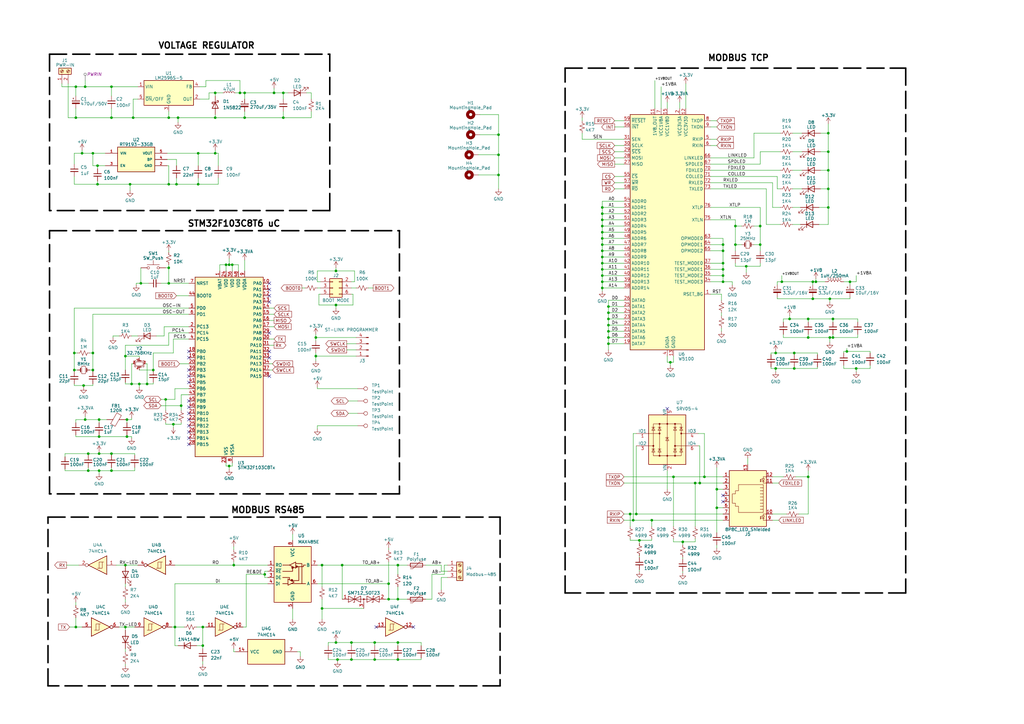
<source format=kicad_sch>
(kicad_sch (version 20250114) (generator "eeschema") (generator_version "9.0")
  (paper "A3")
  (text "VOLTAGE REGULATOR" (at 64.77 20.32 0) (effects (font (size 2.54 2.54) (thickness 0.508) (bold yes)) (justify left bottom)))
  (text "MODBUS TCP" (at 290.195 25.4 0) (effects (font (size 2.54 2.54) (thickness 0.508) (bold yes)) (justify left bottom)))
  (text "STM32F103C8T6 uC" (at 76.835 93.345 0) (effects (font (size 2.54 2.54) (thickness 0.508) (bold yes)) (justify left bottom)))
  (text "MODBUS RS485" (at 94.615 210.82 0) (effects (font (size 2.54 2.54) (thickness 0.508) (bold yes)) (justify left bottom)))
  (junction (at 301.625 92.71))
  (junction (at 331.47 195.58))
  (junction (at 57.15 157.48))
  (junction (at 296.545 113.03))
  (junction (at 69.215 48.26))
  (junction (at 276.225 195.58))
  (junction (at 287.02 198.12))
  (junction (at 92.71 108.585))
  (junction (at 40.005 67.945))
  (junction (at 132.08 231.775))
  (junction (at 288.925 195.58))
  (junction (at 93.98 191.135))
  (junction (at 33.655 62.865))
  (junction (at 163.195 245.745))
  (junction (at 247.015 100.33))
  (junction (at 116.205 48.26))
  (junction (at 247.015 118.11))
  (junction (at 247.015 113.03))
  (junction (at 247.015 85.09))
  (junction (at 100.33 48.26))
  (junction (at 249.555 140.97))
  (junction (at 204.47 71.755))
  (junction (at 45.72 193.04))
  (junction (at 339.725 62.23))
  (junction (at 88.265 48.26))
  (junction (at 83.185 257.175))
  (junction (at 260.985 210.82))
  (junction (at 339.725 85.09))
  (junction (at 40.64 193.04))
  (junction (at 38.1 151.765))
  (junction (at 129.54 138.43))
  (junction (at 45.72 186.055))
  (junction (at 31.115 35.56))
  (junction (at 98.425 38.1))
  (junction (at 348.615 115.57))
  (junction (at 333.375 115.57))
  (junction (at 51.435 231.775))
  (junction (at 34.29 158.115))
  (junction (at 318.135 151.13))
  (junction (at 69.215 116.205))
  (junction (at 51.435 146.05))
  (junction (at 331.47 138.43))
  (junction (at 52.07 172.085))
  (junction (at 31.115 257.175))
  (junction (at 34.925 35.56))
  (junction (at 296.545 102.87))
  (junction (at 159.385 239.395))
  (junction (at 247.015 115.57))
  (junction (at 144.145 270.51))
  (junction (at 340.36 122.555))
  (junction (at 249.555 125.73))
  (junction (at 334.645 115.57))
  (junction (at 259.715 213.36))
  (junction (at 153.67 263.525))
  (junction (at 249.555 133.35))
  (junction (at 71.12 173.99))
  (junction (at 204.47 55.245))
  (junction (at 247.015 95.25))
  (junction (at 163.195 263.525))
  (junction (at 163.195 270.51))
  (junction (at 325.755 151.13))
  (junction (at 249.555 128.27))
  (junction (at 296.545 100.33))
  (junction (at 30.48 144.78))
  (junction (at 40.005 75.565))
  (junction (at 274.955 148.59))
  (junction (at 341.63 138.43))
  (junction (at 339.725 77.47))
  (junction (at 53.975 157.48))
  (junction (at 38.1 62.865))
  (junction (at 331.47 130.81))
  (junction (at 333.375 122.555))
  (junction (at 112.395 38.1))
  (junction (at 108.585 235.585))
  (junction (at 57.785 116.205))
  (junction (at 40.64 186.055))
  (junction (at 72.39 75.565))
  (junction (at 138.43 270.51))
  (junction (at 306.07 109.22))
  (junction (at 40.64 172.085))
  (junction (at 137.795 111.125))
  (junction (at 137.795 125.095))
  (junction (at 301.625 100.33))
  (junction (at 249.555 135.89))
  (junction (at 60.325 157.48))
  (junction (at 311.785 100.33))
  (junction (at 52.07 179.07))
  (junction (at 325.755 144.78))
  (junction (at 53.34 75.565))
  (junction (at 341.63 130.81))
  (junction (at 204.47 63.5))
  (junction (at 45.72 35.56))
  (junction (at 34.925 172.085))
  (junction (at 62.865 151.765))
  (junction (at 31.115 48.26))
  (junction (at 249.555 130.81))
  (junction (at 258.445 210.82))
  (junction (at 81.28 62.865))
  (junction (at 83.185 264.795))
  (junction (at 296.545 107.95))
  (junction (at 262.255 221.615))
  (junction (at 247.015 102.87))
  (junction (at 247.015 92.71))
  (junction (at 247.015 97.79))
  (junction (at 159.385 245.745))
  (junction (at 247.015 105.41))
  (junction (at 95.25 108.585))
  (junction (at 144.145 263.525))
  (junction (at 54.61 48.26))
  (junction (at 30.48 151.765))
  (junction (at 73.025 48.26))
  (junction (at 320.675 115.57))
  (junction (at 339.725 54.61))
  (junction (at 351.155 151.13))
  (junction (at 347.345 144.145))
  (junction (at 323.85 130.81))
  (junction (at 71.755 257.175))
  (junction (at 280.035 222.25))
  (junction (at 132.08 249.555))
  (junction (at 140.335 231.775))
  (junction (at 40.64 179.07))
  (junction (at 116.205 38.1))
  (junction (at 88.265 38.1))
  (junction (at 294.005 208.28))
  (junction (at 267.335 213.36))
  (junction (at 36.195 186.055))
  (junction (at 153.67 270.51))
  (junction (at 38.1 144.78))
  (junction (at 51.435 257.175))
  (junction (at 93.98 108.585))
  (junction (at 95.885 231.775))
  (junction (at 247.015 90.17))
  (junction (at 137.795 263.525))
  (junction (at 129.54 146.05))
  (junction (at 294.005 200.66))
  (junction (at 247.015 107.95))
  (junction (at 339.725 69.85))
  (junction (at 247.015 87.63))
  (junction (at 249.555 138.43))
  (junction (at 340.36 138.43))
  (junction (at 311.785 92.71))
  (junction (at 285.115 198.12))
  (junction (at 69.215 109.855))
  (junction (at 296.545 110.49))
  (junction (at 81.28 75.565))
  (junction (at 296.545 115.57))
  (junction (at 100.33 38.1))
  (junction (at 69.215 75.565))
  (junction (at 67.945 163.83))
  (junction (at 74.295 166.37))
  (junction (at 163.195 231.775))
  (junction (at 318.135 144.78))
  (junction (at 45.72 48.26))
  (junction (at 88.265 62.865))
  (junction (at 36.195 193.04))
  (junction (at 247.015 110.49))
  (no_connect (at 77.47 172.085))
  (no_connect (at 77.47 174.625))
  (no_connect (at 77.47 151.765))
  (no_connect (at 110.49 144.145))
  (no_connect (at 169.545 257.175))
  (no_connect (at 77.47 167.005))
  (no_connect (at 110.49 118.745))
  (no_connect (at 110.49 123.825))
  (no_connect (at 110.49 146.685))
  (no_connect (at 77.47 179.705))
  (no_connect (at 154.305 257.175))
  (no_connect (at 77.47 169.545))
  (no_connect (at 77.47 177.165))
  (no_connect (at 77.47 144.145))
  (no_connect (at 296.545 205.74))
  (no_connect (at 296.545 203.2))
  (no_connect (at 273.685 167.64))
  (no_connect (at 110.49 121.285))
  (no_connect (at 110.49 136.525))
  (no_connect (at 77.47 182.245))
  (no_connect (at 110.49 116.205))
  (no_connect (at 77.47 156.845))
  (no_connect (at 77.47 154.305))
  (no_connect (at 77.47 146.685))
  (no_connect (at 77.47 164.465))
  (no_connect (at 110.49 154.305))
  (wire (pts (xy 247.015 105.41) (xy 255.905 105.41)))
  (wire (pts (xy 28.575 257.175) (xy 31.115 257.175)))
  (wire (pts (xy 247.015 110.49) (xy 255.905 110.49)))
  (wire (pts (xy 27.94 34.29) (xy 27.94 48.26)))
  (wire (pts (xy 71.755 257.175) (xy 75.565 257.175)))
  (wire (pts (xy 110.49 141.605) (xy 112.395 141.605)))
  (wire (pts (xy 100.33 38.1) (xy 112.395 38.1)))
  (wire (pts (xy 247.015 90.17) (xy 255.905 90.17)))
  (wire (pts (xy 67.31 137.795) (xy 67.31 133.985)))
  (wire (pts (xy 204.47 63.5) (xy 204.47 71.755)))
  (wire (pts (xy 247.015 85.09) (xy 247.015 87.63)))
  (wire (pts (xy 36.83 151.765) (xy 38.1 151.765)))
  (wire (pts (xy 163.195 263.525) (xy 163.195 264.795)))
  (wire (pts (xy 249.555 138.43) (xy 249.555 140.97)))
  (wire (pts (xy 153.67 270.51) (xy 163.195 270.51)))
  (wire (pts (xy 132.08 231.775) (xy 140.335 231.775)))
  (wire (pts (xy 183.515 236.855) (xy 180.975 236.855)))
  (wire (pts (xy 36.195 191.77) (xy 36.195 193.04)))
  (wire (pts (xy 38.1 128.905) (xy 38.1 144.78)))
  (wire (pts (xy 130.81 125.095) (xy 130.81 120.65)))
  (wire (pts (xy 72.39 73.025) (xy 72.39 75.565)))
  (wire (pts (xy 130.175 115.57) (xy 130.175 111.125)))
  (wire (pts (xy 309.245 92.71) (xy 311.785 92.71)))
  (wire (pts (xy 291.465 107.95) (xy 296.545 107.95)))
  (wire (pts (xy 325.12 85.09) (xy 328.295 85.09)))
  (wire (pts (xy 318.77 77.47) (xy 318.77 72.39)))
  (wire (pts (xy 137.795 262.89) (xy 137.795 263.525)))
  (wire (pts (xy 73.025 48.26) (xy 73.025 50.165)))
  (wire (pts (xy 146.685 169.545) (xy 142.875 169.545)))
  (wire (pts (xy 252.095 52.07) (xy 255.905 52.07)))
  (wire (pts (xy 314.325 92.075) (xy 320.04 92.075)))
  (wire (pts (xy 252.095 72.39) (xy 255.905 72.39)))
  (wire (pts (xy 255.905 198.12) (xy 285.115 198.12)))
  (wire (pts (xy 291.465 100.33) (xy 296.545 100.33)))
  (wire (pts (xy 45.72 186.055) (xy 55.245 186.055)))
  (wire (pts (xy 57.785 116.205) (xy 60.96 116.205)))
  (wire (pts (xy 291.465 85.09) (xy 311.785 85.09)))
  (wire (pts (xy 40.005 69.215) (xy 40.005 67.945)))
  (wire (pts (xy 132.08 249.555) (xy 132.08 254)))
  (wire (pts (xy 318.135 151.13) (xy 316.23 151.13)))
  (wire (pts (xy 120.015 249.555) (xy 120.015 254)))
  (wire (pts (xy 146.685 174.625) (xy 130.175 174.625)))
  (wire (pts (xy 26.67 193.04) (xy 36.195 193.04)))
  (wire (pts (xy 110.49 151.765) (xy 111.76 151.765)))
  (wire (pts (xy 311.785 62.23) (xy 320.04 62.23)))
  (wire (pts (xy 45.72 193.04) (xy 55.245 193.04)))
  (wire (pts (xy 137.795 126.365) (xy 137.795 125.095)))
  (wire (pts (xy 132.08 231.775) (xy 132.08 240.665)))
  (wire (pts (xy 331.47 130.81) (xy 341.63 130.81)))
  (wire (pts (xy 196.215 71.755) (xy 204.47 71.755)))
  (wire (pts (xy 137.795 111.125) (xy 137.795 109.855)))
  (wire (pts (xy 73.025 48.26) (xy 88.265 48.26)))
  (wire (pts (xy 371.475 27.94) (xy 371.475 243.205)) (stroke (width 0.635) (type dash) (color 0 0 0 1)))
  (wire (pts (xy 306.07 109.22) (xy 311.785 109.22)))
  (wire (pts (xy 331.47 195.58) (xy 331.47 210.82)))
  (wire (pts (xy 45.72 48.26) (xy 54.61 48.26)))
  (wire (pts (xy 40.64 178.435) (xy 40.64 179.07)))
  (wire (pts (xy 25.4 35.56) (xy 31.115 35.56)))
  (wire (pts (xy 46.355 137.795) (xy 46.355 138.43)))
  (wire (pts (xy 88.265 61.595) (xy 88.265 62.865)))
  (wire (pts (xy 93.98 191.135) (xy 95.25 191.135)))
  (wire (pts (xy 351.155 113.03) (xy 351.155 115.57)))
  (wire (pts (xy 72.39 121.285) (xy 77.47 121.285)))
  (wire (pts (xy 83.185 264.795) (xy 83.185 257.175)))
  (wire (pts (xy 314.325 77.47) (xy 314.325 92.075)))
  (wire (pts (xy 159.385 224.79) (xy 159.385 225.425)))
  (wire (pts (xy 130.81 120.65) (xy 131.445 120.65)))
  (wire (pts (xy 249.555 130.81) (xy 249.555 133.35)))
  (wire (pts (xy 294.005 200.66) (xy 294.005 208.28)))
  (wire (pts (xy 301.625 109.22) (xy 306.07 109.22)))
  (wire (pts (xy 318.135 144.78) (xy 316.23 144.78)))
  (wire (pts (xy 129.54 146.05) (xy 129.54 147.955)))
  (wire (pts (xy 291.465 57.15) (xy 294.005 57.15)))
  (wire (pts (xy 34.925 35.56) (xy 31.115 35.56)))
  (wire (pts (xy 95.25 191.135) (xy 95.25 189.865)))
  (wire (pts (xy 57.15 151.765) (xy 62.865 151.765)))
  (wire (pts (xy 34.29 158.115) (xy 34.29 158.75)))
  (wire (pts (xy 274.955 148.59) (xy 274.955 149.86)))
  (wire (pts (xy 89.535 73.025) (xy 89.535 75.565)))
  (wire (pts (xy 68.58 65.405) (xy 72.39 65.405)))
  (wire (pts (xy 130.175 118.11) (xy 131.445 118.11)))
  (wire (pts (xy 130.175 111.125) (xy 137.795 111.125)))
  (wire (pts (xy 127.635 38.1) (xy 127.635 40.64)))
  (wire (pts (xy 54.61 149.225) (xy 53.975 149.225)))
  (wire (pts (xy 314.325 77.47) (xy 291.465 77.47)))
  (wire (pts (xy 311.785 107.95) (xy 311.785 109.22)))
  (wire (pts (xy 69.215 67.945) (xy 69.215 75.565)))
  (wire (pts (xy 20.32 22.225) (xy 135.255 22.225)) (stroke (width 0.635) (type dash) (color 0 0 0 1)))
  (wire (pts (xy 100.33 106.68) (xy 100.33 111.125)))
  (wire (pts (xy 27.94 48.26) (xy 31.115 48.26)))
  (wire (pts (xy 339.725 69.85) (xy 339.725 77.47)))
  (wire (pts (xy 247.015 107.95) (xy 247.015 110.49)))
  (wire (pts (xy 81.28 62.865) (xy 88.265 62.865)))
  (wire (pts (xy 30.48 126.365) (xy 77.47 126.365)))
  (wire (pts (xy 301.625 107.95) (xy 301.625 109.22)))
  (wire (pts (xy 34.925 170.815) (xy 34.925 172.085)))
  (wire (pts (xy 294.005 223.52) (xy 294.005 224.79)))
  (wire (pts (xy 348.615 115.57) (xy 348.615 116.84)))
  (wire (pts (xy 346.075 149.86) (xy 346.075 151.13)))
  (wire (pts (xy 306.07 109.22) (xy 306.07 111.76)))
  (wire (pts (xy 326.39 195.58) (xy 331.47 195.58)))
  (wire (pts (xy 294.005 208.28) (xy 294.005 218.44)))
  (wire (pts (xy 138.43 270.51) (xy 144.145 270.51)))
  (wire (pts (xy 238.76 57.15) (xy 238.76 54.61)))
  (wire (pts (xy 325.12 77.47) (xy 328.93 77.47)))
  (wire (pts (xy 83.185 271.145) (xy 83.185 272.415)))
  (wire (pts (xy 348.615 115.57) (xy 351.155 115.57)))
  (wire (pts (xy 258.445 210.82) (xy 260.985 210.82)))
  (wire (pts (xy 73.025 264.795) (xy 71.755 264.795)))
  (wire (pts (xy 33.655 62.865) (xy 38.1 62.865)))
  (wire (pts (xy 43.18 67.945) (xy 40.005 67.945)))
  (wire (pts (xy 108.585 234.315) (xy 108.585 235.585)))
  (wire (pts (xy 252.095 67.31) (xy 255.905 67.31)))
  (wire (pts (xy 296.545 113.03) (xy 296.545 115.57)))
  (wire (pts (xy 311.785 92.71) (xy 311.785 100.33)))
  (wire (pts (xy 110.49 149.225) (xy 111.76 149.225)))
  (wire (pts (xy 51.435 172.085) (xy 52.07 172.085)))
  (wire (pts (xy 287.02 198.12) (xy 296.545 198.12)))
  (wire (pts (xy 316.865 210.82) (xy 322.58 210.82)))
  (wire (pts (xy 196.85 55.245) (xy 204.47 55.245)))
  (wire (pts (xy 291.465 110.49) (xy 296.545 110.49)))
  (wire (pts (xy 146.05 140.97) (xy 142.24 140.97)))
  (wire (pts (xy 116.205 45.72) (xy 116.205 48.26)))
  (wire (pts (xy 249.555 133.35) (xy 255.905 133.35)))
  (wire (pts (xy 172.72 263.525) (xy 172.72 264.795)))
  (wire (pts (xy 320.04 77.47) (xy 318.77 77.47)))
  (wire (pts (xy 356.87 144.145) (xy 356.87 144.78)))
  (wire (pts (xy 262.255 233.68) (xy 262.255 234.315)))
  (wire (pts (xy 286.385 177.8) (xy 288.925 177.8)))
  (wire (pts (xy 144.78 125.095) (xy 137.795 125.095)))
  (wire (pts (xy 267.335 221.615) (xy 267.335 220.98)))
  (wire (pts (xy 144.145 118.11) (xy 146.05 118.11)))
  (wire (pts (xy 163.195 231.775) (xy 163.195 235.585)))
  (wire (pts (xy 300.355 116.84) (xy 300.355 115.57)))
  (wire (pts (xy 301.625 92.71) (xy 301.625 100.33)))
  (wire (pts (xy 30.48 67.31) (xy 30.48 62.865)))
  (wire (pts (xy 60.325 149.225) (xy 60.325 157.48)))
  (wire (pts (xy 131.445 115.57) (xy 130.175 115.57)))
  (wire (pts (xy 172.72 269.875) (xy 172.72 270.51)))
  (wire (pts (xy 339.725 62.23) (xy 339.725 69.85)))
  (wire (pts (xy 351.155 151.13) (xy 346.075 151.13)))
  (wire (pts (xy 316.865 198.12) (xy 319.405 198.12)))
  (wire (pts (xy 109.855 236.855) (xy 108.585 236.855)))
  (wire (pts (xy 351.155 152.4) (xy 351.155 151.13)))
  (wire (pts (xy 316.23 144.78) (xy 316.23 145.415)))
  (wire (pts (xy 20.32 94.615) (xy 163.83 94.615)) (stroke (width 0.635) (type dash) (color 0 0 0 1)))
  (wire (pts (xy 346.075 144.145) (xy 346.075 144.78)))
  (wire (pts (xy 71.755 239.395) (xy 71.755 257.175)))
  (wire (pts (xy 59.69 149.225) (xy 60.325 149.225)))
  (wire (pts (xy 53.975 179.07) (xy 52.07 179.07)))
  (wire (pts (xy 351.79 130.81) (xy 351.79 132.08)))
  (wire (pts (xy 334.645 115.57) (xy 338.455 115.57)))
  (wire (pts (xy 146.685 164.465) (xy 142.875 164.465)))
  (wire (pts (xy 348.615 121.92) (xy 348.615 122.555)))
  (wire (pts (xy 88.265 62.865) (xy 89.535 62.865)))
  (wire (pts (xy 309.245 54.61) (xy 320.04 54.61)))
  (wire (pts (xy 316.865 213.36) (xy 319.405 213.36)))
  (wire (pts (xy 112.395 36.195) (xy 112.395 38.1)))
  (wire (pts (xy 30.48 126.365) (xy 30.48 144.78)))
  (wire (pts (xy 331.47 130.81) (xy 331.47 132.08)))
  (wire (pts (xy 249.555 140.97) (xy 249.555 143.51)))
  (wire (pts (xy 80.645 264.795) (xy 83.185 264.795)))
  (wire (pts (xy 31.115 48.26) (xy 45.72 48.26)))
  (wire (pts (xy 339.725 92.075) (xy 339.725 85.09)))
  (wire (pts (xy 258.445 221.615) (xy 262.255 221.615)))
  (wire (pts (xy 249.555 128.27) (xy 255.905 128.27)))
  (wire (pts (xy 73.025 48.26) (xy 69.215 48.26)))
  (wire (pts (xy 135.255 86.36) (xy 20.32 86.36)) (stroke (width 0.635) (type dash) (color 0 0 0 1)))
  (wire (pts (xy 151.13 118.11) (xy 153.035 118.11)))
  (wire (pts (xy 255.905 213.36) (xy 259.715 213.36)))
  (wire (pts (xy 238.76 48.26) (xy 238.76 49.53)))
  (wire (pts (xy 325.12 54.61) (xy 328.93 54.61)))
  (wire (pts (xy 90.17 111.125) (xy 90.17 108.585)))
  (wire (pts (xy 51.435 272.415) (xy 51.435 273.05)))
  (wire (pts (xy 20.32 86.36) (xy 20.32 22.225)) (stroke (width 0.635) (type dash) (color 0 0 0 1)))
  (wire (pts (xy 309.245 54.61) (xy 309.245 64.77)))
  (wire (pts (xy 123.825 118.11) (xy 125.095 118.11)))
  (wire (pts (xy 38.1 67.945) (xy 38.1 62.865)))
  (wire (pts (xy 96.52 38.1) (xy 98.425 38.1)))
  (wire (pts (xy 60.325 157.48) (xy 62.865 157.48)))
  (wire (pts (xy 95.885 266.065) (xy 95.885 267.335)))
  (wire (pts (xy 347.345 144.145) (xy 346.075 144.145)))
  (wire (pts (xy 69.215 67.945) (xy 68.58 67.945)))
  (wire (pts (xy 31.115 257.175) (xy 31.115 253.365)))
  (wire (pts (xy 351.155 151.13) (xy 356.87 151.13)))
  (wire (pts (xy 100.33 38.1) (xy 100.33 40.64)))
  (wire (pts (xy 247.015 95.25) (xy 247.015 97.79)))
  (wire (pts (xy 316.865 195.58) (xy 321.31 195.58)))
  (wire (pts (xy 145.415 115.57) (xy 145.415 111.125)))
  (wire (pts (xy 67.945 173.355) (xy 67.945 173.99)))
  (wire (pts (xy 31.115 178.435) (xy 31.115 179.07)))
  (wire (pts (xy 144.145 270.51) (xy 153.67 270.51)))
  (wire (pts (xy 249.555 138.43) (xy 255.905 138.43)))
  (wire (pts (xy 252.095 74.93) (xy 255.905 74.93)))
  (wire (pts (xy 278.765 41.91) (xy 278.765 44.45)))
  (wire (pts (xy 57.785 109.855) (xy 57.785 116.205)))
  (wire (pts (xy 100.965 257.175) (xy 99.695 257.175)))
  (wire (pts (xy 321.31 130.81) (xy 321.31 132.08)))
  (wire (pts (xy 66.04 116.205) (xy 69.215 116.205)))
  (wire (pts (xy 36.195 186.055) (xy 36.195 186.69)))
  (wire (pts (xy 95.885 230.505) (xy 95.885 231.775)))
  (wire (pts (xy 249.555 123.19) (xy 249.555 125.73)))
  (wire (pts (xy 163.195 263.525) (xy 172.72 263.525)))
  (wire (pts (xy 140.335 231.775) (xy 163.195 231.775)))
  (wire (pts (xy 296.545 97.79) (xy 296.545 100.33)))
  (wire (pts (xy 30.48 75.565) (xy 40.005 75.565)))
  (wire (pts (xy 51.435 258.445) (xy 51.435 257.175)))
  (wire (pts (xy 306.705 187.96) (xy 306.705 190.5)))
  (wire (pts (xy 100.965 235.585) (xy 100.965 257.175)))
  (wire (pts (xy 132.08 249.555) (xy 149.225 249.555)))
  (wire (pts (xy 271.145 35.56) (xy 271.145 44.45)))
  (wire (pts (xy 108.585 235.585) (xy 108.585 236.855)))
  (wire (pts (xy 53.975 149.225) (xy 53.975 157.48)))
  (wire (pts (xy 252.095 64.77) (xy 255.905 64.77)))
  (wire (pts (xy 89.535 62.865) (xy 89.535 67.945)))
  (wire (pts (xy 163.195 270.51) (xy 172.72 270.51)))
  (wire (pts (xy 159.385 245.745) (xy 163.195 245.745)))
  (wire (pts (xy 53.34 75.565) (xy 53.34 78.105)))
  (wire (pts (xy 294.005 208.28) (xy 296.545 208.28)))
  (wire (pts (xy 40.64 172.085) (xy 43.815 172.085)))
  (wire (pts (xy 95.25 108.585) (xy 97.79 108.585)))
  (wire (pts (xy 135.255 22.225) (xy 135.255 86.36)) (stroke (width 0.635) (type dash) (color 0 0 0 1)))
  (wire (pts (xy 231.775 243.205) (xy 231.775 27.94)) (stroke (width 0.635) (type dash) (color 0 0 0 1)))
  (wire (pts (xy 295.91 134.62) (xy 295.91 135.89)))
  (wire (pts (xy 255.905 195.58) (xy 276.225 195.58)))
  (wire (pts (xy 177.165 235.585) (xy 177.165 245.745)))
  (wire (pts (xy 291.465 90.17) (xy 301.625 90.17)))
  (wire (pts (xy 83.185 264.795) (xy 83.185 266.065)))
  (wire (pts (xy 140.335 231.775) (xy 140.335 245.745)))
  (wire (pts (xy 316.23 150.495) (xy 316.23 151.13)))
  (wire (pts (xy 40.005 67.945) (xy 38.1 67.945)))
  (wire (pts (xy 132.08 245.745) (xy 132.08 249.555)))
  (wire (pts (xy 247.015 87.63) (xy 247.015 90.17)))
  (wire (pts (xy 268.605 33.02) (xy 268.605 44.45)))
  (wire (pts (xy 153.67 263.525) (xy 163.195 263.525)))
  (wire (pts (xy 45.72 35.56) (xy 56.515 35.56)))
  (wire (pts (xy 331.47 138.43) (xy 321.31 138.43)))
  (wire (pts (xy 311.785 85.09) (xy 311.785 92.71)))
  (wire (pts (xy 31.115 44.45) (xy 31.115 48.26)))
  (wire (pts (xy 318.77 122.555) (xy 333.375 122.555)))
  (wire (pts (xy 296.545 200.66) (xy 294.005 200.66)))
  (wire (pts (xy 291.465 49.53) (xy 294.005 49.53)))
  (wire (pts (xy 276.225 195.58) (xy 276.225 215.9)))
  (wire (pts (xy 276.225 222.25) (xy 280.035 222.25)))
  (wire (pts (xy 69.215 109.855) (xy 69.215 116.205)))
  (wire (pts (xy 247.015 95.25) (xy 255.905 95.25)))
  (wire (pts (xy 71.755 257.175) (xy 71.755 264.795)))
  (wire (pts (xy 92.71 191.135) (xy 93.98 191.135)))
  (wire (pts (xy 144.145 263.525) (xy 137.795 263.525)))
  (wire (pts (xy 92.71 108.585) (xy 93.98 108.585)))
  (wire (pts (xy 325.755 144.78) (xy 335.28 144.78)))
  (wire (pts (xy 51.435 146.05) (xy 57.15 146.05)))
  (wire (pts (xy 255.905 210.82) (xy 258.445 210.82)))
  (wire (pts (xy 81.915 40.64) (xy 85.725 40.64)))
  (wire (pts (xy 174.625 245.745) (xy 177.165 245.745)))
  (wire (pts (xy 30.48 72.39) (xy 30.48 75.565)))
  (wire (pts (xy 304.165 92.71) (xy 301.625 92.71)))
  (wire (pts (xy 138.43 270.51) (xy 134.62 270.51)))
  (wire (pts (xy 71.755 239.395) (xy 109.855 239.395)))
  (wire (pts (xy 336.55 62.23) (xy 339.725 62.23)))
  (wire (pts (xy 40.64 185.42) (xy 40.64 186.055)))
  (wire (pts (xy 300.355 115.57) (xy 296.545 115.57)))
  (wire (pts (xy 108.585 234.315) (xy 109.855 234.315)))
  (wire (pts (xy 249.555 128.27) (xy 249.555 130.81)))
  (wire (pts (xy 339.725 54.61) (xy 339.725 62.23)))
  (wire (pts (xy 280.035 234.315) (xy 280.035 234.95)))
  (wire (pts (xy 146.685 159.385) (xy 130.175 159.385)))
  (wire (pts (xy 163.195 270.51) (xy 163.195 269.875)))
  (wire (pts (xy 93.98 108.585) (xy 95.25 108.585)))
  (wire (pts (xy 55.245 186.055) (xy 55.245 186.69)))
  (wire (pts (xy 291.465 113.03) (xy 296.545 113.03)))
  (wire (pts (xy 158.115 245.745) (xy 159.385 245.745)))
  (wire (pts (xy 296.545 100.33) (xy 296.545 102.87)))
  (wire (pts (xy 159.385 239.395) (xy 159.385 245.745)))
  (wire (pts (xy 249.555 125.73) (xy 255.905 125.73)))
  (wire (pts (xy 52.07 179.07) (xy 52.07 178.435)))
  (wire (pts (xy 30.48 144.78) (xy 30.48 151.765)))
  (wire (pts (xy 341.63 130.81) (xy 341.63 132.08)))
  (wire (pts (xy 112.395 38.1) (xy 116.205 38.1)))
  (wire (pts (xy 40.005 75.565) (xy 53.34 75.565)))
  (wire (pts (xy 291.465 69.85) (xy 320.04 69.85)))
  (wire (pts (xy 301.625 90.17) (xy 301.625 92.71)))
  (wire (pts (xy 110.49 126.365) (xy 112.395 126.365)))
  (wire (pts (xy 273.685 193.04) (xy 273.685 200.66)))
  (wire (pts (xy 130.175 239.395) (xy 159.385 239.395)))
  (wire (pts (xy 163.195 245.745) (xy 167.005 245.745)))
  (wire (pts (xy 64.135 137.795) (xy 67.31 137.795)))
  (wire (pts (xy 247.015 87.63) (xy 255.905 87.63)))
  (wire (pts (xy 30.48 151.765) (xy 31.75 151.765)))
  (wire (pts (xy 280.035 222.25) (xy 280.035 223.52)))
  (wire (pts (xy 62.865 144.78) (xy 71.12 144.78)))
  (wire (pts (xy 137.795 263.525) (xy 134.62 263.525)))
  (wire (pts (xy 182.245 231.775) (xy 182.245 235.585)))
  (wire (pts (xy 247.015 82.55) (xy 255.905 82.55)))
  (wire (pts (xy 26.67 186.055) (xy 26.67 187.325)))
  (wire (pts (xy 180.975 234.315) (xy 180.975 231.775)))
  (wire (pts (xy 301.625 100.33) (xy 301.625 102.87)))
  (wire (pts (xy 331.47 137.16) (xy 331.47 138.43)))
  (wire (pts (xy 92.71 189.865) (xy 92.71 191.135)))
  (wire (pts (xy 335.915 85.09) (xy 339.725 85.09)))
  (wire (pts (xy 146.05 146.05) (xy 129.54 146.05)))
  (wire (pts (xy 36.195 186.055) (xy 40.64 186.055)))
  (wire (pts (xy 295.91 120.65) (xy 295.91 123.19)))
  (wire (pts (xy 36.195 193.04) (xy 40.64 193.04)))
  (wire (pts (xy 74.295 173.99) (xy 74.295 173.355)))
  (wire (pts (xy 276.225 146.05) (xy 276.225 148.59)))
  (wire (pts (xy 273.685 148.59) (xy 274.955 148.59)))
  (wire (pts (xy 27.305 231.775) (xy 32.385 231.775)))
  (wire (pts (xy 52.07 172.085) (xy 53.975 172.085)))
  (wire (pts (xy 74.295 166.37) (xy 74.295 168.275)))
  (wire (pts (xy 129.54 146.05) (xy 129.54 144.78)))
  (wire (pts (xy 71.12 139.065) (xy 71.12 144.78)))
  (wire (pts (xy 280.035 228.6) (xy 280.035 229.235)))
  (wire (pts (xy 51.435 146.05) (xy 51.435 151.765)))
  (wire (pts (xy 110.49 128.905) (xy 112.395 128.905)))
  (wire (pts (xy 281.305 34.29) (xy 281.305 44.45)))
  (wire (pts (xy 325.12 92.075) (xy 328.295 92.075)))
  (wire (pts (xy 347.345 144.145) (xy 356.87 144.145)))
  (wire (pts (xy 88.265 38.1) (xy 91.44 38.1)))
  (wire (pts (xy 335.915 92.075) (xy 339.725 92.075)))
  (wire (pts (xy 311.785 62.23) (xy 311.785 67.31)))
  (wire (pts (xy 336.55 69.85) (xy 339.725 69.85)))
  (wire (pts (xy 134.62 269.875) (xy 134.62 270.51)))
  (wire (pts (xy 291.465 67.31) (xy 311.785 67.31)))
  (wire (pts (xy 69.215 136.525) (xy 77.47 136.525)))
  (wire (pts (xy 31.115 35.56) (xy 31.115 39.37)))
  (wire (pts (xy 73.66 149.225) (xy 77.47 149.225)))
  (wire (pts (xy 320.675 115.57) (xy 320.675 113.03)))
  (wire (pts (xy 159.385 230.505) (xy 159.385 239.395)))
  (wire (pts (xy 40.64 194.31) (xy 40.64 193.04)))
  (wire (pts (xy 291.465 64.77) (xy 309.245 64.77)))
  (wire (pts (xy 331.47 193.04) (xy 331.47 195.58)))
  (wire (pts (xy 146.05 143.51) (xy 142.24 143.51)))
  (wire (pts (xy 67.31 133.985) (xy 77.47 133.985)))
  (wire (pts (xy 249.555 125.73) (xy 249.555 128.27)))
  (wire (pts (xy 247.015 92.71) (xy 247.015 95.25)))
  (wire (pts (xy 247.015 102.87) (xy 247.015 105.41)))
  (wire (pts (xy 57.15 157.48) (xy 60.325 157.48)))
  (wire (pts (xy 74.295 161.925) (xy 77.47 161.925)))
  (wire (pts (xy 247.015 82.55) (xy 247.015 85.09)))
  (wire (pts (xy 325.12 62.23) (xy 328.93 62.23)))
  (wire (pts (xy 110.49 131.445) (xy 112.395 131.445)))
  (wire (pts (xy 100.33 48.26) (xy 116.205 48.26)))
  (wire (pts (xy 252.095 62.23) (xy 255.905 62.23)))
  (wire (pts (xy 80.645 257.175) (xy 83.185 257.175)))
  (wire (pts (xy 38.1 151.765) (xy 38.1 152.4)))
  (wire (pts (xy 153.67 263.525) (xy 153.67 264.795)))
  (wire (pts (xy 296.545 102.87) (xy 296.545 107.95)))
  (wire (pts (xy 71.755 231.775) (xy 95.885 231.775)))
  (wire (pts (xy 69.215 75.565) (xy 72.39 75.565)))
  (wire (pts (xy 40.64 186.055) (xy 45.72 186.055)))
  (wire (pts (xy 288.925 195.58) (xy 296.545 195.58)))
  (wire (pts (xy 38.1 157.48) (xy 38.1 158.115)))
  (wire (pts (xy 296.545 115.57) (xy 291.465 115.57)))
  (wire (pts (xy 71.755 159.385) (xy 77.47 159.385)))
  (wire (pts (xy 204.47 71.755) (xy 204.47 77.47)))
  (wire (pts (xy 260.985 177.8) (xy 259.715 177.8)))
  (wire (pts (xy 287.02 182.88) (xy 286.385 182.88)))
  (wire (pts (xy 57.15 157.48) (xy 57.15 158.75)))
  (wire (pts (xy 51.435 157.48) (xy 51.435 156.845)))
  (wire (pts (xy 51.435 141.605) (xy 69.215 141.605)))
  (wire (pts (xy 40.005 74.295) (xy 40.005 75.565)))
  (wire (pts (xy 273.685 41.91) (xy 273.685 44.45)))
  (wire (pts (xy 81.28 75.565) (xy 81.28 73.025)))
  (wire (pts (xy 45.72 35.56) (xy 45.72 39.37)))
  (wire (pts (xy 55.88 116.205) (xy 55.88 116.84)))
  (wire (pts (xy 55.245 191.77) (xy 55.245 193.04)))
  (wire (pts (xy 204.47 55.245) (xy 204.47 63.5)))
  (wire (pts (xy 84.455 33.02) (xy 98.425 33.02)))
  (wire (pts (xy 81.28 62.865) (xy 81.28 67.945)))
  (wire (pts (xy 34.925 33.02) (xy 34.925 35.56)))
  (wire (pts (xy 288.925 177.8) (xy 288.925 195.58)))
  (wire (pts (xy 38.1 62.865) (xy 43.18 62.865)))
  (wire (pts (xy 71.755 163.83) (xy 71.755 159.385)))
  (wire (pts (xy 182.245 235.585) (xy 177.165 235.585)))
  (wire (pts (xy 54.61 48.26) (xy 69.215 48.26)))
  (wire (pts (xy 285.115 222.25) (xy 285.115 220.98)))
  (wire (pts (xy 93.98 191.135) (xy 93.98 192.405)))
  (wire (pts (xy 316.865 74.93) (xy 316.865 85.09)))
  (wire (pts (xy 45.72 35.56) (xy 34.925 35.56)))
  (wire (pts (xy 301.625 100.33) (xy 304.165 100.33)))
  (wire (pts (xy 180.975 231.775) (xy 174.625 231.775)))
  (wire (pts (xy 144.78 120.65) (xy 144.78 125.095)))
  (wire (pts (xy 180.975 236.855) (xy 180.975 241.935)))
  (wire (pts (xy 262.255 227.965) (xy 262.255 228.6)))
  (wire (pts (xy 67.945 109.855) (xy 69.215 109.855)))
  (wire (pts (xy 144.78 120.65) (xy 144.145 120.65)))
  (wire (pts (xy 260.985 182.88) (xy 260.985 210.82)))
  (wire (pts (xy 321.31 130.81) (xy 323.85 130.81)))
  (wire (pts (xy 334.645 114.3) (xy 334.645 115.57)))
  (wire (pts (xy 295.91 128.27) (xy 295.91 129.54)))
  (wire (pts (xy 296.545 110.49) (xy 296.545 113.03)))
  (wire (pts (xy 130.175 231.775) (xy 132.08 231.775)))
  (wire (pts (xy 291.465 74.93) (xy 316.865 74.93)))
  (wire (pts (xy 247.015 113.03) (xy 255.905 113.03)))
  (wire (pts (xy 260.985 210.82) (xy 296.545 210.82)))
  (wire (pts (xy 291.465 102.87) (xy 296.545 102.87)))
  (wire (pts (xy 318.135 144.78) (xy 325.755 144.78)))
  (wire (pts (xy 262.255 221.615) (xy 267.335 221.615)))
  (wire (pts (xy 95.885 231.775) (xy 109.855 231.775)))
  (wire (pts (xy 146.05 138.43) (xy 129.54 138.43)))
  (wire (pts (xy 333.375 115.57) (xy 333.375 116.84)))
  (wire (pts (xy 204.47 46.99) (xy 204.47 55.245)))
  (wire (pts (xy 238.76 57.15) (xy 255.905 57.15)))
  (wire (pts (xy 252.095 49.53) (xy 255.905 49.53)))
  (wire (pts (xy 69.215 141.605) (xy 69.215 136.525)))
  (wire (pts (xy 33.655 61.595) (xy 33.655 62.865)))
  (wire (pts (xy 51.435 141.605) (xy 51.435 146.05)))
  (wire (pts (xy 57.15 157.48) (xy 53.975 157.48)))
  (wire (pts (xy 47.625 231.775) (xy 51.435 231.775)))
  (wire (pts (xy 62.865 156.845) (xy 62.865 157.48)))
  (wire (pts (xy 30.48 158.115) (xy 34.29 158.115)))
  (wire (pts (xy 66.04 166.37) (xy 74.295 166.37)))
  (wire (pts (xy 38.1 128.905) (xy 77.47 128.905)))
  (wire (pts (xy 205.105 281.305) (xy 19.685 281.305)) (stroke (width 0.635) (type dash) (color 0 0 0 1)))
  (wire (pts (xy 45.72 44.45) (xy 45.72 48.26)))
  (wire (pts (xy 153.67 269.875) (xy 153.67 270.51)))
  (wire (pts (xy 30.48 151.765) (xy 30.48 152.4)))
  (wire (pts (xy 137.795 111.125) (xy 145.415 111.125)))
  (wire (pts (xy 54.61 40.64) (xy 54.61 48.26)))
  (wire (pts (xy 341.63 130.81) (xy 351.79 130.81)))
  (wire (pts (xy 92.71 108.585) (xy 92.71 111.125)))
  (wire (pts (xy 318.135 144.78) (xy 318.135 144.145)))
  (wire (pts (xy 252.095 59.69) (xy 255.905 59.69)))
  (wire (pts (xy 325.755 150.495) (xy 325.755 151.13)))
  (wire (pts (xy 51.435 239.395) (xy 51.435 240.665)))
  (wire (pts (xy 287.02 182.88) (xy 287.02 198.12)))
  (wire (pts (xy 231.775 27.94) (xy 371.475 27.94)) (stroke (width 0.635) (type dash) (color 0 0 0 1)))
  (wire (pts (xy 125.73 38.1) (xy 127.635 38.1)))
  (wire (pts (xy 291.465 97.79) (xy 296.545 97.79)))
  (wire (pts (xy 53.975 157.48) (xy 51.435 157.48)))
  (wire (pts (xy 85.725 40.64) (xy 85.725 38.1)))
  (wire (pts (xy 249.555 135.89) (xy 249.555 138.43)))
  (wire (pts (xy 291.465 72.39) (xy 318.77 72.39)))
  (wire (pts (xy 347.345 142.875) (xy 347.345 144.145)))
  (wire (pts (xy 45.72 186.055) (xy 45.72 186.69)))
  (wire (pts (xy 88.265 46.99) (xy 88.265 48.26)))
  (wire (pts (xy 249.555 133.35) (xy 249.555 135.89)))
  (wire (pts (xy 138.43 270.51) (xy 138.43 271.145)))
  (wire (pts (xy 40.64 193.04) (xy 45.72 193.04)))
  (wire (pts (xy 247.015 107.95) (xy 255.905 107.95)))
  (wire (pts (xy 110.49 133.985) (xy 112.395 133.985)))
  (wire (pts (xy 163.83 202.565) (xy 20.32 202.565)) (stroke (width 0.635) (type dash) (color 0 0 0 1)))
  (wire (pts (xy 67.945 173.99) (xy 71.12 173.99)))
  (wire (pts (xy 71.12 173.99) (xy 74.295 173.99)))
  (wire (pts (xy 46.355 137.795) (xy 48.895 137.795)))
  (wire (pts (xy 31.115 179.07) (xy 40.64 179.07)))
  (wire (pts (xy 137.795 125.095) (xy 130.81 125.095)))
  (wire (pts (xy 258.445 210.82) (xy 258.445 215.9)))
  (wire (pts (xy 25.4 34.29) (xy 25.4 35.56)))
  (wire (pts (xy 291.465 59.69) (xy 294.005 59.69)))
  (wire (pts (xy 130.175 159.385) (xy 130.175 158.75)))
  (wire (pts (xy 318.77 121.92) (xy 318.77 122.555)))
  (wire (pts (xy 81.915 35.56) (xy 84.455 35.56)))
  (wire (pts (xy 296.545 107.95) (xy 296.545 110.49)))
  (wire (pts (xy 30.48 157.48) (xy 30.48 158.115)))
  (wire (pts (xy 247.015 118.11) (xy 255.905 118.11)))
  (wire (pts (xy 144.145 264.795) (xy 144.145 263.525)))
  (wire (pts (xy 318.77 116.84) (xy 318.77 115.57)))
  (wire (pts (xy 144.145 263.525) (xy 153.67 263.525)))
  (wire (pts (xy 84.455 35.56) (xy 84.455 33.02)))
  (wire (pts (xy 247.015 102.87) (xy 255.905 102.87)))
  (wire (pts (xy 95.885 224.155) (xy 95.885 225.425)))
  (wire (pts (xy 72.39 65.405) (xy 72.39 67.945)))
  (wire (pts (xy 249.555 123.19) (xy 255.905 123.19)))
  (wire (pts (xy 285.115 198.12) (xy 287.02 198.12)))
  (wire (pts (xy 51.435 257.175) (xy 55.245 257.175)))
  (wire (pts (xy 325.12 69.85) (xy 328.93 69.85)))
  (wire (pts (xy 247.015 97.79) (xy 247.015 100.33)))
  (wire (pts (xy 340.36 140.335) (xy 340.36 138.43)))
  (wire (pts (xy 55.88 116.205) (xy 57.785 116.205)))
  (wire (pts (xy 130.175 174.625) (xy 130.175 175.895)))
  (wire (pts (xy 67.945 163.83) (xy 71.755 163.83)))
  (wire (pts (xy 129.54 139.7) (xy 129.54 138.43)))
  (wire (pts (xy 98.425 38.1) (xy 100.33 38.1)))
  (wire (pts (xy 51.435 245.745) (xy 51.435 247.015)))
  (wire (pts (xy 316.865 85.09) (xy 320.04 85.09)))
  (wire (pts (xy 144.145 115.57) (xy 145.415 115.57)))
  (wire (pts (xy 247.015 105.41) (xy 247.015 107.95)))
  (wire (pts (xy 291.465 52.07) (xy 294.005 52.07)))
  (wire (pts (xy 93.98 106.045) (xy 93.98 108.585)))
  (wire (pts (xy 88.265 48.26) (xy 100.33 48.26)))
  (wire (pts (xy 34.925 172.085) (xy 40.64 172.085)))
  (wire (pts (xy 19.685 281.305) (xy 19.685 212.09)) (stroke (width 0.635) (type dash) (color 0 0 0 1)))
  (wire (pts (xy 81.28 75.565) (xy 89.535 75.565)))
  (wire (pts (xy 98.425 33.02) (xy 98.425 38.1)))
  (wire (pts (xy 45.72 191.77) (xy 45.72 193.04)))
  (wire (pts (xy 51.435 231.775) (xy 56.515 231.775)))
  (wire (pts (xy 183.515 231.775) (xy 182.245 231.775)))
  (wire (pts (xy 53.975 137.795) (xy 56.515 137.795)))
  (wire (pts (xy 247.015 85.09) (xy 255.905 85.09)))
  (wire (pts (xy 97.79 108.585) (xy 97.79 111.125)))
  (wire (pts (xy 163.83 94.615) (xy 163.83 202.565)) (stroke (width 0.635) (type dash) (color 0 0 0 1)))
  (wire (pts (xy 336.55 54.61) (xy 339.725 54.61)))
  (wire (pts (xy 262.255 221.615) (xy 262.255 222.885)))
  (wire (pts (xy 247.015 100.33) (xy 255.905 100.33)))
  (wire (pts (xy 341.63 137.16) (xy 341.63 138.43)))
  (wire (pts (xy 72.39 75.565) (xy 81.28 75.565)))
  (wire (pts (xy 309.245 100.33) (xy 311.785 100.33)))
  (wire (pts (xy 116.205 48.26) (xy 127.635 48.26)))
  (wire (pts (xy 318.77 115.57) (xy 320.675 115.57)))
  (wire (pts (xy 318.135 151.13) (xy 325.755 151.13)))
  (wire (pts (xy 31.115 172.085) (xy 31.115 173.355)))
  (wire (pts (xy 294.005 200.66) (xy 294.005 191.77)))
  (wire (pts (xy 34.925 172.085) (xy 31.115 172.085)))
  (wire (pts (xy 95.885 267.335) (xy 96.52 267.335)))
  (wire (pts (xy 247.015 113.03) (xy 247.015 115.57)))
  (wire (pts (xy 163.195 231.775) (xy 167.005 231.775)))
  (wire (pts (xy 258.445 220.98) (xy 258.445 221.615)))
  (wire (pts (xy 351.79 137.16) (xy 351.79 138.43)))
  (wire (pts (xy 66.04 163.83) (xy 67.945 163.83)))
  (wire (pts (xy 249.555 135.89) (xy 255.905 135.89)))
  (wire (pts (xy 325.755 144.78) (xy 325.755 145.415)))
  (wire (pts (xy 83.185 257.175) (xy 84.455 257.175)))
  (wire (pts (xy 120.015 219.075) (xy 120.015 221.615)))
  (wire (pts (xy 333.375 115.57) (xy 334.645 115.57)))
  (wire (pts (xy 31.115 247.015) (xy 31.115 248.285)))
  (wire (pts (xy 323.85 129.54) (xy 323.85 130.81)))
  (wire (pts (xy 331.47 138.43) (xy 340.36 138.43)))
  (wire (pts (xy 53.975 179.07) (xy 53.975 179.705)))
  (wire (pts (xy 90.17 108.585) (xy 92.71 108.585)))
  (wire (pts (xy 323.85 130.81) (xy 331.47 130.81)))
  (wire (pts (xy 205.105 212.09) (xy 205.105 281.305)) (stroke (width 0.635) (type dash) (color 0 0 0 1)))
  (wire (pts (xy 346.075 115.57) (xy 348.615 115.57)))
  (wire (pts (xy 70.485 257.175) (xy 71.755 257.175)))
  (wire (pts (xy 247.015 92.71) (xy 255.905 92.71)))
  (wire (pts (xy 144.145 269.875) (xy 144.145 270.51)))
  (wire (pts (xy 196.215 63.5) (xy 204.47 63.5)))
  (wire (pts (xy 321.31 137.16) (xy 321.31 138.43)))
  (wire (pts (xy 259.715 213.36) (xy 267.335 213.36)))
  (wire (pts (xy 163.195 240.665) (xy 163.195 245.745)))
  (wire (pts (xy 339.725 77.47) (xy 339.725 85.09)))
  (wire (pts (xy 336.55 77.47) (xy 339.725 77.47)))
  (wire (pts (xy 69.215 116.205) (xy 77.47 116.205)))
  (wire (pts (xy 276.225 195.58) (xy 288.925 195.58)))
  (wire (pts (xy 333.375 122.555) (xy 340.36 122.555)))
  (wire (pts (xy 95.25 108.585) (xy 95.25 111.125)))
  (wire (pts (xy 116.205 38.1) (xy 116.205 40.64)))
  (wire (pts (xy 183.515 234.315) (xy 180.975 234.315)))
  (wire (pts (xy 110.49 139.065) (xy 112.395 139.065)))
  (wire (pts (xy 327.66 210.82) (xy 331.47 210.82)))
  (wire (pts (xy 274.955 148.59) (xy 276.225 148.59)))
  (wire (pts (xy 259.715 177.8) (xy 259.715 213.36)))
  (wire (pts (xy 56.515 40.64) (xy 54.61 40.64)))
  (wire (pts (xy 247.015 115.57) (xy 255.905 115.57)))
  (wire (pts (xy 69.215 102.87) (xy 69.215 103.505)))
  (wire (pts (xy 51.435 266.065) (xy 51.435 267.335)))
  (wire (pts (xy 33.655 257.175) (xy 31.115 257.175)))
  (wire (pts (xy 127.635 45.72) (xy 127.635 48.26)))
  (wire (pts (xy 267.335 213.36) (xy 267.335 215.9)))
  (wire (pts (xy 340.36 138.43) (xy 341.63 138.43)))
  (wire (pts (xy 74.295 166.37) (xy 74.295 161.925)))
  (wire (pts (xy 335.28 144.78) (xy 335.28 145.415)))
  (wire (pts (xy 71.12 139.065) (xy 77.47 139.065)))
  (wire (pts (xy 339.725 54.61) (xy 339.725 50.8)))
  (wire (pts (xy 100.33 45.72) (xy 100.33 48.26)))
  (wire (pts (xy 318.135 152.4) (xy 318.135 151.13)))
  (wire (pts (xy 62.865 144.78) (xy 62.865 151.765)))
  (wire (pts (xy 134.62 263.525) (xy 134.62 264.795)))
  (wire (pts (xy 26.67 192.405) (xy 26.67 193.04)))
  (wire (pts (xy 121.92 267.335) (xy 123.19 267.335)))
  (wire (pts (xy 247.015 110.49) (xy 247.015 113.03)))
  (wire (pts (xy 247.015 118.11) (xy 247.015 119.38)))
  (wire (pts (xy 51.435 257.175) (xy 48.895 257.175)))
  (wire (pts (xy 267.335 213.36) (xy 296.545 213.36)))
  (wire (pts (xy 335.28 150.495) (xy 335.28 151.13)))
  (wire (pts (xy 129.54 137.16) (xy 129.54 138.43)))
  (wire (pts (xy 19.685 212.09) (xy 205.105 212.09)) (stroke (width 0.635) (type dash) (color 0 0 0 1)))
  (wire (pts (xy 249.555 140.97) (xy 255.905 140.97)))
  (wire (pts (xy 38.1 144.78) (xy 38.1 151.765)))
  (wire (pts (xy 33.655 62.865) (xy 30.48 62.865)))
  (wire (pts (xy 252.095 77.47) (xy 255.905 77.47)))
  (wire (pts (xy 276.225 220.98) (xy 276.225 222.25)))
  (wire (pts (xy 69.215 108.585) (xy 69.215 109.855)))
  (wire (pts (xy 341.63 138.43) (xy 351.79 138.43)))
  (wire (pts (xy 36.83 144.78) (xy 38.1 144.78)))
  (wire (pts (xy 340.36 122.555) (xy 348.615 122.555)))
  (wire (pts (xy 85.725 38.1) (xy 88.265 38.1)))
  (wire (pts (xy 247.015 90.17) (xy 247.015 92.71)))
  (wire (pts (xy 333.375 122.555) (xy 333.375 121.92)))
  (wire (pts (xy 88.265 38.1) (xy 88.265 39.37)))
  (wire (pts (xy 285.115 198.12) (xy 285.115 215.9)))
  (wire (pts (xy 69.215 48.26) (xy 69.215 45.72)))
  (wire (pts (xy 53.34 75.565) (xy 69.215 75.565)))
  (wire (pts (xy 325.755 151.13) (xy 335.28 151.13)))
  (wire (pts (xy 123.19 267.335) (xy 123.19 269.24)))
  (wire (pts (xy 196.85 46.99) (xy 204.47 46.99)))
  (wire (pts (xy 53.975 171.45) (xy 53.975 172.085)))
  (wire (pts (xy 247.015 100.33) (xy 247.015 102.87)))
  (wire (pts (xy 320.675 115.57) (xy 333.375 115.57)))
  (wire (pts (xy 34.29 158.115) (xy 38.1 158.115)))
  (wire (pts (xy 40.64 173.355) (xy 40.64 172.085)))
  (wire (pts (xy 30.48 144.78) (xy 31.75 144.78)))
  (wire (pts (xy 68.58 62.865) (xy 81.28 62.865)))
  (wire (pts (xy 26.67 186.055) (xy 36.195 186.055)))
  (wire (pts (xy 40.64 179.07) (xy 52.07 179.07)))
  (wire (pts (xy 71.12 173.99) (xy 71.12 175.26)))
  (wire (pts (xy 273.685 146.05) (xy 273.685 148.59)))
  (wire (pts (xy 57.15 146.05) (xy 57.15 146.685)))
  (wire (pts (xy 52.07 172.085) (xy 52.07 173.355)))
  (wire (pts (xy 356.87 149.86) (xy 356.87 151.13)))
  (wire (pts (xy 67.945 168.275) (xy 67.945 163.83)))
  (wire (pts (xy 247.015 97.79) (xy 255.905 97.79)))
  (wire (pts (xy 20.32 202.565) (xy 20.32 94.615)) (stroke (width 0.635) (type dash) (color 0 0 0 1)))
  (wire (pts (xy 291.465 120.65) (xy 295.91 120.65)))
  (wire (pts (xy 340.36 122.555) (xy 340.36 123.825)))
  (wire (pts (xy 280.035 222.25) (xy 285.115 222.25)))
  (wire (pts (xy 100.965 235.585) (xy 108.585 235.585)))
  (wire (pts (xy 116.205 38.1) (xy 118.11 38.1)))
  (wire (pts (xy 311.785 100.33) (xy 311.785 102.87)))
  (wire (pts (xy 371.475 243.205) (xy 231.775 243.205)) (stroke (width 0.635) (type dash) (color 0 0 0 1)))
  (wire (pts (xy 249.555 130.81) (xy 255.905 130.81)))
  (wire (pts (xy 247.015 115.57) (xy 247.015 118.11)))
  (label "FDXLED" (at 298.45 69.85 0))
  (label "D3" (at 250.825 130.81 0))
  (label "A2" (at 249.555 87.63 0))
  (label "A14" (at 249.555 118.11 0))
  (label "RXLED" (at 296.545 74.93 0))
  (label "A13" (at 249.555 115.57 0))
  (label "RST" (at 292.1 120.65 0))
  (label "D4" (at 250.825 133.35 0))
  (label "TX-LED" (at 48.895 257.175 0))
  (label "A3" (at 249.555 90.17 0))
  (label "TXLED" (at 296.545 77.47 0))
  (label "+1V8A" (at 271.145 35.56 0))
  (label "PC14" (at 70.485 136.525 0))
  (label "OSC-IN" (at 66.675 126.365 0))
  (label "COLLED" (at 298.45 72.39 0))
  (label "RE&DE" (at 100.965 235.585 0))
  (label "A10" (at 249.555 107.95 0))
  (label "XTLP" (at 299.085 85.09 0))
  (label "+1V8A" (at 351.155 113.03 0))
  (label "AB-" (at 177.165 235.585 0))
  (label "D7" (at 250.825 140.97 0))
  (label "A0" (at 249.555 82.55 0))
  (label "PC15" (at 71.12 139.065 0))
  (label "A8" (at 249.555 102.87 0))
  (label "A9" (at 249.555 105.41 0))
  (label "D1" (at 250.825 125.73 0))
  (label "D2" (at 250.825 128.27 0))
  (label "AB+" (at 177.165 231.775 0))
  (label "TO_AB+" (at 148.59 231.775 0))
  (label "DI" (at 88.265 239.395 0))
  (label "A6" (at 249.555 97.79 0))
  (label "A12" (at 249.555 113.03 0))
  (label "A4" (at 249.555 92.71 0))
  (label "RX-LED" (at 48.895 231.775 0))
  (label "D0" (at 250.825 123.19 0))
  (label "SPDLED" (at 298.45 67.31 0))
  (label "D6" (at 250.825 138.43 0))
  (label "+1V8OUT" (at 268.605 33.02 0) (effects (font (size 1 1))))
  (label "LINKLED" (at 298.45 64.77 0))
  (label "OSC-OUT" (at 66.675 128.905 0))
  (label "+1V8A" (at 347.345 142.875 0))
  (label "XTLN" (at 295.275 90.17 0))
  (label "A11" (at 249.555 110.49 0))
  (label "A5" (at 249.555 95.25 0))
  (label "TO_AB-" (at 149.86 239.395 0))
  (label "RO" (at 86.995 231.775 0))
  (label "+1V8OUT" (at 320.675 113.03 0) (effects (font (size 1 1))))
  (label "NRST" (at 71.12 116.205 0))
  (label "A7" (at 249.555 100.33 0))
  (label "D5" (at 250.825 135.89 0))
  (label "A1" (at 249.555 85.09 0))
  (label "SEN" (at 243.205 57.15 0))
  (global_label "MOSI" (shape input) (at 252.095 64.77 180) (property "Intersheetrefs" "${INTERSHEET_REFS}" (effects (hide yes))))
  (global_label "TXON" (shape input) (at 294.005 52.07 0) (property "Intersheetrefs" "${INTERSHEET_REFS}" (effects (hide yes))))
  (global_label "TX" (shape input) (at 112.395 139.065 0) (property "Intersheetrefs" "${INTERSHEET_REFS}" (effects (hide yes))))
  (global_label "MOSI" (shape input) (at 112.395 133.985 0) (property "Intersheetrefs" "${INTERSHEET_REFS}" (effects (hide yes))))
  (global_label "SCS" (shape input) (at 112.395 126.365 0) (property "Intersheetrefs" "${INTERSHEET_REFS}" (effects (hide yes))))
  (global_label "SDA" (shape bidirectional) (at 142.875 169.545 180) (property "Intersheetrefs" "${INTERSHEET_REFS}" (effects (hide yes))))
  (global_label "TXOP" (shape input) (at 255.905 195.58 180) (property "Intersheetrefs" "${INTERSHEET_REFS}" (effects (hide yes))))
  (global_label "SWCLK" (shape input) (at 111.76 151.765 0) (property "Intersheetrefs" "${INTERSHEET_REFS}" (effects (hide yes))))
  (global_label "TXON" (shape input) (at 255.905 198.12 180) (property "Intersheetrefs" "${INTERSHEET_REFS}" (effects (hide yes))))
  (global_label "FDXLED" (shape input) (at 319.405 198.12 0) (property "Intersheetrefs" "${INTERSHEET_REFS}" (effects (hide yes))))
  (global_label "BOOT1" (shape input) (at 73.66 149.225 180) (property "Intersheetrefs" "${INTERSHEET_REFS}" (effects (hide yes))))
  (global_label "BOOT1" (shape output) (at 153.035 118.11 0) (property "Intersheetrefs" "${INTERSHEET_REFS}" (effects (hide yes))))
  (global_label "TX" (shape input) (at 28.575 257.175 180) (property "Intersheetrefs" "${INTERSHEET_REFS}" (effects (hide yes))))
  (global_label "CS" (shape input) (at 252.095 72.39 180) (property "Intersheetrefs" "${INTERSHEET_REFS}" (effects (hide yes))))
  (global_label "SCL" (shape bidirectional) (at 142.875 164.465 180) (property "Intersheetrefs" "${INTERSHEET_REFS}" (effects (hide yes))))
  (global_label "SCLK" (shape input) (at 252.095 59.69 180) (property "Intersheetrefs" "${INTERSHEET_REFS}" (effects (hide yes))))
  (global_label "BOOT0" (shape output) (at 123.825 118.11 180) (property "Intersheetrefs" "${INTERSHEET_REFS}" (effects (hide yes))))
  (global_label "RX" (shape output) (at 27.305 231.775 180) (property "Intersheetrefs" "${INTERSHEET_REFS}" (effects (hide yes))))
  (global_label "SWDIO" (shape input) (at 111.76 149.225 0) (property "Intersheetrefs" "${INTERSHEET_REFS}" (effects (hide yes))))
  (global_label "SCS" (shape input) (at 252.095 62.23 180) (property "Intersheetrefs" "${INTERSHEET_REFS}" (effects (hide yes))))
  (global_label "MISO" (shape output) (at 112.395 131.445 0) (property "Intersheetrefs" "${INTERSHEET_REFS}" (effects (hide yes))))
  (global_label "INT" (shape output) (at 252.095 52.07 180) (property "Intersheetrefs" "${INTERSHEET_REFS}" (effects (hide yes))))
  (global_label "RXIP" (shape input) (at 294.005 57.15 0) (property "Intersheetrefs" "${INTERSHEET_REFS}" (effects (hide yes))))
  (global_label "RX" (shape output) (at 112.395 141.605 0) (property "Intersheetrefs" "${INTERSHEET_REFS}" (effects (hide yes))))
  (global_label "TXOP" (shape input) (at 294.005 49.53 0) (property "Intersheetrefs" "${INTERSHEET_REFS}" (effects (hide yes))))
  (global_label "MISO" (shape output) (at 252.095 67.31 180) (property "Intersheetrefs" "${INTERSHEET_REFS}" (effects (hide yes))))
  (global_label "WR" (shape input) (at 252.095 74.93 180) (property "Intersheetrefs" "${INTERSHEET_REFS}" (effects (hide yes))))
  (global_label "SDA" (shape bidirectional) (at 66.04 166.37 180) (property "Intersheetrefs" "${INTERSHEET_REFS}" (effects (hide yes))))
  (global_label "SCL" (shape bidirectional) (at 66.04 163.83 180) (property "Intersheetrefs" "${INTERSHEET_REFS}" (effects (hide yes))))
  (global_label "BOOT0" (shape input) (at 72.39 121.285 180) (property "Intersheetrefs" "${INTERSHEET_REFS}" (effects (hide yes))))
  (global_label "RESET" (shape input) (at 252.095 49.53 180) (property "Intersheetrefs" "${INTERSHEET_REFS}" (effects (hide yes))))
  (global_label "RXIN" (shape input) (at 294.005 59.69 0) (property "Intersheetrefs" "${INTERSHEET_REFS}" (effects (hide yes))))
  (global_label "LINKLED" (shape input) (at 319.405 213.36 0) (property "Intersheetrefs" "${INTERSHEET_REFS}" (effects (hide yes))))
  (global_label "RXIN" (shape input) (at 255.905 213.36 180) (property "Intersheetrefs" "${INTERSHEET_REFS}" (effects (hide yes))))
  (global_label "RD" (shape input) (at 252.095 77.47 180) (property "Intersheetrefs" "${INTERSHEET_REFS}" (effects (hide yes))))
  (global_label "SWCLK" (shape output) (at 142.24 140.97 180) (property "Intersheetrefs" "${INTERSHEET_REFS}" (effects (hide yes))))
  (global_label "SCLK" (shape input) (at 112.395 128.905 0) (property "Intersheetrefs" "${INTERSHEET_REFS}" (effects (hide yes))))
  (global_label "SWDIO" (shape output) (at 142.24 143.51 180) (property "Intersheetrefs" "${INTERSHEET_REFS}" (effects (hide yes))))
  (global_label "RXIP" (shape input) (at 255.905 210.82 180) (property "Intersheetrefs" "${INTERSHEET_REFS}" (effects (hide yes))))
  (netclass_flag "" (length 2.54) (shape round) (at 34.925 33.02 0) (property "Netclass" "PWRIN" (at 35.6235 30.48 0) (effects (font (italic yes)) (justify left))))
  (symbol (lib_id "Device:C_Small") (at 129.54 142.24 180) (unit 1)
    (property "Reference" "C15" (at 121.92 140.97 0) (effects (justify right)))
    (property "Value" "100nF" (at 121.92 143.51 0) (effects (justify right)))
    (property "Footprint" "Capacitor_SMD:C_0805_2012Metric" (effects (hide yes)))
  )
  (symbol (lib_id "Device:C_Small") (at 280.035 231.775 0) (unit 1)
    (property "Reference" "C44" (at 281.94 231.14 0) (effects (justify left)))
    (property "Value" "100nF" (at 281.94 233.68 0) (effects (justify left)))
    (property "Footprint" "Capacitor_SMD:C_0805_2012Metric" (effects (hide yes)))
  )
  (symbol (lib_id "Device:C_Small") (at 144.145 267.335 0) (unit 1)
    (property "Reference" "C25" (at 145.8341 266.6976 0) (effects (justify left)))
    (property "Value" "100nF" (at 145.8341 268.6186 0) (effects (justify left)))
    (property "Footprint" "Capacitor_SMD:C_0805_2012Metric" (effects (hide yes)))
  )
  (symbol (lib_id "Device:C_Small") (at 55.245 189.23 0) (unit 1)
    (property "Reference" "C22" (at 57.15 188.595 0) (effects (justify left)))
    (property "Value" "100nF" (at 57.15 190.516 0) (effects (justify left)))
    (property "Footprint" "Capacitor_SMD:C_0805_2012Metric" (effects (hide yes)))
  )
  (symbol (lib_id "power:+3.3VA") (at 331.47 193.04 0) (unit 1)
    (property "Reference" "#PWR041" (effects (hide yes)))
    (property "Value" "+3.3VA" (at 331.47 189.5381 0))
  )
  (symbol (lib_id "Device:LED") (at 121.92 38.1 180) (unit 1)
    (property "Reference" "D2" (at 121.92 33.02 0))
    (property "Value" "LED" (at 121.92 35.56 0))
    (property "Footprint" "LED_SMD:LED_0805_2012Metric" (effects (hide yes)))
  )
  (symbol (lib_id "power:+3.3VA") (at 34.925 170.815 0) (unit 1)
    (property "Reference" "#PWR034" (effects (hide yes)))
    (property "Value" "+3.3VA" (at 34.925 167.3131 0))
  )
  (symbol (lib_id "power:+3.3VA") (at 100.33 106.68 0) (unit 1)
    (property "Reference" "#PWR016" (effects (hide yes)))
    (property "Value" "+3.3VA" (at 100.33 103.1781 0))
  )
  (symbol (lib_id "Device:Crystal_Small") (at 306.705 100.33 0) (unit 1)
    (property "Reference" "Y3" (at 306.705 95.885 0))
    (property "Value" "25MHz" (at 306.705 97.79 0))
    (property "Footprint" "Crystal:Crystal_HC49-U_Vertical" (effects (hide yes)))
  )
  (symbol (lib_id "power:+3.3V") (at 137.795 109.855 0) (unit 1)
    (property "Reference" "#PWR032" (effects (hide yes)))
    (property "Value" "+3.3V" (at 137.795 106.3531 0))
  )
  (symbol (lib_id "Device:C_Small") (at 163.195 267.335 0) (unit 1)
    (property "Reference" "C27" (at 165.1 266.7 0) (effects (justify left)))
    (property "Value" "100nF" (at 165.1 268.621 0) (effects (justify left)))
    (property "Footprint" "Capacitor_SMD:C_0805_2012Metric" (effects (hide yes)))
  )
  (symbol (lib_id "Device:R_Small_US") (at 306.705 92.71 90) (unit 1)
    (property "Reference" "R18" (at 306.705 88.9 90))
    (property "Value" "1M" (at 306.705 90.805 90))
    (property "Footprint" "Resistor_SMD:R_0805_2012Metric" (effects (hide yes)))
  )
  (symbol (lib_id "Connector:TestPoint") (at 146.685 169.545 270) (unit 1)
    (property "Reference" "TP3" (at 152.4 168.275 90) (effects (justify left)))
    (property "Value" "TestPoint" (at 152.4 170.815 90) (effects (justify left)))
    (property "Footprint" "Connector_Wire:SolderWirePad_1x01_SMD_1x2mm" (effects (hide yes)))
  )
  (symbol (lib_id "Connector:TestPoint") (at 146.685 174.625 270) (unit 1)
    (property "Reference" "TP4" (at 152.4 173.355 90) (effects (justify left)))
    (property "Value" "TestPoint" (at 152.4 175.895 90) (effects (justify left)))
    (property "Footprint" "Connector_Wire:SolderWirePad_1x01_SMD_1x2mm" (effects (hide yes)))
  )
  (symbol (lib_id "power:+3.3V") (at 238.76 48.26 0) (unit 1)
    (property "Reference" "#PWR08" (effects (hide yes)))
    (property "Value" "+3.3V" (at 238.76 44.7581 0))
  )
  (symbol (lib_id "Device:R_Small_US") (at 163.195 238.125 180) (unit 1)
    (property "Reference" "R14" (at 165.1 236.855 0) (effects (justify right)))
    (property "Value" "120" (at 165.1 239.395 0) (effects (justify right)))
    (property "Footprint" "Resistor_SMD:R_0805_2012Metric" (effects (hide yes)))
  )
  (symbol (lib_id "power:GND") (at 262.255 234.315 0) (unit 1)
    (property "Reference" "#PWR049" (effects (hide yes)))
    (property "Value" "GND" (at 262.255 238.4505 0))
  )
  (symbol (lib_id "Device:R_Small_US") (at 51.435 243.205 180) (unit 1)
    (property "Reference" "R7" (at 53.34 241.935 0) (effects (justify right)))
    (property "Value" "2K4" (at 53.34 244.475 0) (effects (justify right)))
    (property "Footprint" "Resistor_SMD:R_0805_2012Metric" (effects (hide yes)))
  )
  (symbol (lib_id "Device:C_Small") (at 346.075 147.32 0) (unit 1)
    (property "Reference" "C41" (at 349.25 146.0563 0) (effects (justify left)))
    (property "Value" "100nF" (at 349.25 148.5963 0) (effects (justify left)))
    (property "Footprint" "Capacitor_SMD:C_0805_2012Metric" (effects (hide yes)))
  )
  (symbol (lib_id "Device:C_Small") (at 341.63 134.62 0) (unit 1)
    (property "Reference" "C36" (at 344.17 133.3563 0) (effects (justify left)))
    (property "Value" "100nF" (at 344.17 135.8963 0) (effects (justify left)))
    (property "Footprint" "Capacitor_SMD:C_0805_2012Metric" (effects (hide yes)))
  )
  (symbol (lib_id "Device:C_Small") (at 52.07 175.895 0) (unit 1)
    (property "Reference" "C18" (at 53.975 175.26 0) (effects (justify left)))
    (property "Value" "1uF" (at 53.975 177.181 0) (effects (justify left)))
    (property "Footprint" "Capacitor_SMD:C_0805_2012Metric" (effects (hide yes)))
  )
  (symbol (lib_id "Switch:SW_Push") (at 62.865 109.855 0) (unit 1)
    (property "Reference" "SW1" (at 62.865 103.9241 0))
    (property "Value" "SW_Push" (at 62.865 105.8451 0))
    (property "Footprint" "Button_Switch_SMD:SW_SPST_CK_RS282G05A3" (effects (hide yes)))
  )
  (symbol (lib_id "Device:C_Small") (at 316.23 147.955 0) (unit 1)
    (property "Reference" "C38" (at 318.135 147.32 0) (effects (justify left)))
    (property "Value" "100nF" (at 318.135 149.241 0) (effects (justify left)))
    (property "Footprint" "Capacitor_SMD:C_0805_2012Metric" (effects (hide yes)))
  )
  (symbol (lib_id "power:+3.3V") (at 281.305 34.29 0) (unit 1)
    (property "Reference" "#PWR02" (effects (hide yes)))
    (property "Value" "+3.3V" (at 281.305 30.7881 0))
  )
  (symbol (lib_id "74xx:74HC14") (at 109.22 267.335 90) (unit 7)
    (property "Reference" "U4" (at 109.22 257.81 90))
    (property "Value" "74HC14" (at 109.22 260.35 90))
    (property "Footprint" "Package_DIP:DIP-14_W7.62mm_SMDSocket_SmallPads" (effects (hide yes)))
    (property "Datasheet" "http://www.ti.com/lit/gpn/sn74HC14" (effects (hide yes)))
  )
  (symbol (lib_id "power:GND") (at 132.08 254 0) (unit 1)
    (property "Reference" "#PWR056" (effects (hide yes)))
    (property "Value" "GND" (at 132.08 258.1355 0))
  )
  (symbol (lib_id "74xx:74HC14") (at 62.865 257.175 0) (unit 4)
    (property "Reference" "U4" (at 62.865 248.92 0))
    (property "Value" "74HC14" (at 62.865 251.46 0))
    (property "Footprint" "Package_DIP:DIP-14_W7.62mm_SMDSocket_SmallPads" (effects (hide yes)))
    (property "Datasheet" "http://www.ti.com/lit/gpn/sn74HC14" (effects (hide yes)))
  )
  (symbol (lib_id "Device:C_Small") (at 45.72 41.91 0) (unit 1)
    (property "Reference" "C2" (at 47.625 40.64 0) (effects (justify left)))
    (property "Value" "100nF" (at 47.625 43.18 0) (effects (justify left)))
    (property "Footprint" "Capacitor_SMD:C_0805_2012Metric" (effects (hide yes)))
  )
  (symbol (lib_id "Device:R_Small_US") (at 262.255 225.425 0) (unit 1)
    (property "Reference" "R29" (at 264.16 224.155 0) (effects (justify left)))
    (property "Value" "49R9" (at 264.16 226.695 0) (effects (justify left)))
    (property "Footprint" "Resistor_SMD:R_0805_2012Metric" (effects (hide yes)))
  )
  (symbol (lib_id "Device:C_Small") (at 311.785 105.41 0) (unit 1)
    (property "Reference" "C30" (at 313.69 104.14 0) (effects (justify left)))
    (property "Value" "13pF" (at 313.69 106.68 0) (effects (justify left)))
    (property "Footprint" "Capacitor_SMD:C_0805_2012Metric" (effects (hide yes)))
  )
  (symbol (lib_id "power:GND") (at 53.975 179.705 0) (unit 1)
    (property "Reference" "#PWR035" (effects (hide yes)))
    (property "Value" "GND" (at 53.975 183.8405 0))
  )
  (symbol (lib_id "Device:C_Small") (at 89.535 70.485 0) (unit 1)
    (property "Reference" "C9" (at 92.71 69.2213 0) (effects (justify left)))
    (property "Value" "100nF" (at 92.71 71.7613 0) (effects (justify left)))
    (property "Footprint" "Capacitor_SMD:C_0805_2012Metric" (effects (hide yes)))
  )
  (symbol (lib_id "Device:C_Small") (at 335.28 147.955 0) (unit 1)
    (property "Reference" "C40" (at 337.185 147.32 0) (effects (justify left)))
    (property "Value" "100nF" (at 337.185 149.241 0) (effects (justify left)))
    (property "Footprint" "Capacitor_SMD:C_0805_2012Metric" (effects (hide yes)))
  )
  (symbol (lib_id "Connector:Screw_Terminal_01x02") (at 25.4 29.21 90) (unit 1)
    (property "Reference" "J1" (at 25.4 24.765 90) (effects (justify right)))
    (property "Value" "PWR-IN" (at 22.86 26.67 90) (effects (justify right)))
    (property "Footprint" "TerminalBlock_Phoenix:TerminalBlock_Phoenix_PT-1,5-2-5.0-H_1x02_P5.00mm_Horizontal" (effects (hide yes)))
  )
  (symbol (lib_id "Device:R_Small_US") (at 322.58 54.61 90) (unit 1)
    (property "Reference" "R19" (at 322.58 49.53 90))
    (property "Value" "1K4" (at 322.58 52.07 90))
    (property "Footprint" "Resistor_SMD:R_0805_2012Metric" (effects (hide yes)))
  )
  (symbol (lib_id "Device:LED") (at 51.435 235.585 90) (unit 1)
    (property "Reference" "D4" (at 55.245 234.315 90))
    (property "Value" "LED" (at 55.245 236.236 90))
    (property "Footprint" "LED_SMD:LED_0805_2012Metric" (effects (hide yes)))
  )
  (symbol (lib_id "MCU_ST_STM32F1:STM32F103C8Tx") (at 92.71 151.765 0) (unit 1)
    (property "Reference" "U3" (at 97.4441 189.865 0) (effects (justify left)))
    (property "Value" "STM32F103C8Tx" (at 97.4441 191.77 0) (effects (justify left)))
    (property "Footprint" "Package_QFP:LQFP-48_7x7mm_P0.5mm" (effects (hide yes)))
    (property "Datasheet" "https://www.st.com/resource/en/datasheet/stm32f103c8.pdf" (effects (hide yes)))
  )
  (symbol (lib_id "Device:C_Small") (at 83.185 268.605 0) (unit 1)
    (property "Reference" "C23" (at 86.36 267.3413 0) (effects (justify left)))
    (property "Value" "22nF" (at 86.36 269.8813 0) (effects (justify left)))
    (property "Footprint" "Capacitor_SMD:C_0805_2012Metric" (effects (hide yes)))
  )
  (symbol (lib_id "Device:C_Polarized_Small") (at 318.77 119.38 0) (unit 1)
    (property "Reference" "C31" (at 320.929 118.1902 0) (effects (justify left)))
    (property "Value" "3.3uF/16V" (at 320.929 120.1112 0) (effects (justify left)))
    (property "Footprint" "Capacitor_THT:CP_Radial_D4.0mm_P2.00mm" (effects (hide yes)))
  )
  (symbol (lib_id "power:+5V") (at 120.015 219.075 0) (unit 1)
    (property "Reference" "#PWR046" (effects (hide yes)))
    (property "Value" "+5V" (at 120.015 215.5731 0))
  )
  (symbol (lib_id "Device:C_Small") (at 325.755 147.955 0) (unit 1)
    (property "Reference" "C39" (at 327.66 147.32 0) (effects (justify left)))
    (property "Value" "100nF" (at 327.66 149.241 0) (effects (justify left)))
    (property "Footprint" "Capacitor_SMD:C_0805_2012Metric" (effects (hide yes)))
  )
  (symbol (lib_id "power:GND") (at 247.015 119.38 0) (unit 1)
    (property "Reference" "#PWR023" (effects (hide yes)))
    (property "Value" "GND" (at 247.015 123.5155 0))
  )
  (symbol (lib_id "Device:LED") (at 332.74 77.47 0) (unit 1)
    (property "Reference" "D11" (at 332.74 73.025 0))
    (property "Value" "LED" (at 332.74 74.946 0))
    (property "Footprint" "LED_SMD:LED_0805_2012Metric" (effects (hide yes)))
  )
  (symbol (lib_id "Device:LED") (at 332.105 85.09 0) (unit 1)
    (property "Reference" "D12" (at 332.105 80.645 0))
    (property "Value" "LED" (at 332.105 82.566 0))
    (property "Footprint" "LED_SMD:LED_0805_2012Metric" (effects (hide yes)))
  )
  (symbol (lib_id "Device:FerriteBead") (at 47.625 172.085 90) (unit 1)
    (property "Reference" "FB1" (at 47.5742 166.4335 90))
    (property "Value" "120R" (at 47.5742 168.3545 90))
    (property "Footprint" "Inductor_SMD:L_0805_2012Metric" (effects (hide yes)))
  )
  (symbol (lib_id "Device:C_Small") (at 262.255 231.14 0) (unit 1)
    (property "Reference" "C43" (at 264.16 230.505 0) (effects (justify left)))
    (property "Value" "100nF" (at 264.16 233.045 0) (effects (justify left)))
    (property "Footprint" "Capacitor_SMD:C_0805_2012Metric" (effects (hide yes)))
  )
  (symbol (lib_id "Device:C_Small") (at 62.865 154.305 0) (unit 1)
    (property "Reference" "C14" (at 64.77 153.67 0) (effects (justify left)))
    (property "Value" "15pF" (at 64.77 155.591 0) (effects (justify left)))
    (property "Footprint" "Capacitor_SMD:C_0805_2012Metric" (effects (hide yes)))
  )
  (symbol (lib_id "Device:C_Polarized_Small") (at 100.33 43.18 0) (unit 1)
    (property "Reference" "C3" (at 102.489 41.9902 0) (effects (justify left)))
    (property "Value" "270uF/35V" (at 102.489 43.9112 0) (effects (justify left)))
    (property "Footprint" "Capacitor_THT:CP_Radial_D8.0mm_P5.00mm" (effects (hide yes)))
  )
  (symbol (lib_id "power:+5V") (at 137.795 262.89 0) (unit 1)
    (property "Reference" "#PWR057" (effects (hide yes)))
    (property "Value" "+5V" (at 137.795 259.3881 0))
  )
  (symbol (lib_id "Device:R_Small_US") (at 258.445 218.44 0) (unit 1)
    (property "Reference" "R27" (at 260.35 217.17 0) (effects (justify left)))
    (property "Value" "49R9" (at 260.35 219.71 0) (effects (justify left)))
    (property "Footprint" "Resistor_SMD:R_0805_2012Metric" (effects (hide yes)))
  )
  (symbol (lib_id "power:+3.3V") (at 129.54 137.16 0) (unit 1)
    (property "Reference" "#PWR038" (effects (hide yes)))
    (property "Value" "+3.3V" (at 129.54 133.6581 0))
  )
  (symbol (lib_id "power:GND") (at 340.36 123.825 0) (unit 1)
    (property "Reference" "#PWR014" (effects (hide yes)))
    (property "Value" "GND" (at 340.36 127.9605 0))
  )
  (symbol (lib_id "Device:C_Small") (at 116.205 43.18 0) (unit 1)
    (property "Reference" "C4" (at 120.015 41.9163 0) (effects (justify left)))
    (property "Value" "100nF" (at 120.015 44.4563 0) (effects (justify left)))
    (property "Footprint" "Capacitor_SMD:C_0805_2012Metric" (effects (hide yes)))
  )
  (symbol (lib_id "power:GND") (at 294.005 224.79 0) (unit 1)
    (property "Reference" "#PWR050" (effects (hide yes)))
    (property "Value" "GND" (at 294.005 228.9255 0))
  )
  (symbol (lib_id "power:GND") (at 46.355 138.43 0) (unit 1)
    (property "Reference" "#PWR031" (effects (hide yes)))
    (property "Value" "GND" (at 46.355 142.5655 0))
  )
  (symbol (lib_id "Device:R_Small_US") (at 267.335 218.44 0) (unit 1)
    (property "Reference" "R28" (at 269.24 217.17 0) (effects (justify left)))
    (property "Value" "49R9" (at 269.24 219.71 0) (effects (justify left)))
    (property "Footprint" "Resistor_SMD:R_0805_2012Metric" (effects (hide yes)))
  )
  (symbol (lib_id "power:+3.3V") (at 71.12 175.26 180) (unit 1)
    (property "Reference" "#PWR063" (effects (hide yes)))
    (property "Value" "+3.3V" (at 71.12 179.705 0))
  )
  (symbol (lib_id "Device:Crystal_GND23_Small") (at 57.15 149.225 270) (unit 1)
    (property "Reference" "Y2" (at 57.15 142.859 90))
    (property "Value" "32.768KHz" (at 57.15 144.78 90))
    (property "Footprint" "Crystal:Crystal_SMD_SeikoEpson_MC156-4Pin_7.1x2.5mm_HandSoldering" (effects (hide yes)))
  )
  (symbol (lib_id "Mechanical:MountingHole_Pad") (at 193.675 71.755 90) (unit 1)
    (property "Reference" "H4" (at 192.405 66.9671 90))
    (property "Value" "MountingHole_Pad" (at 192.405 68.8881 90))
    (property "Footprint" "MountingHole:MountingHole_3mm_Pad_Via" (effects (hide yes)))
  )
  (symbol (lib_id "Device:LED") (at 332.74 62.23 0) (unit 1)
    (property "Reference" "D9" (at 332.74 57.785 0))
    (property "Value" "LED" (at 332.74 59.706 0))
    (property "Footprint" "LED_SMD:LED_0805_2012Metric" (effects (hide yes)))
  )
  (symbol (lib_id "Device:C_Small") (at 72.39 70.485 0) (unit 1)
    (property "Reference" "C7" (at 74.93 69.2213 0) (effects (justify left)))
    (property "Value" "22nF" (at 74.93 71.7613 0) (effects (justify left)))
    (property "Footprint" "Capacitor_SMD:C_0805_2012Metric" (effects (hide yes)))
  )
  (symbol (lib_id "Regulator_Switching:LM2596S-5") (at 69.215 38.1 0) (unit 1)
    (property "Reference" "U1" (at 69.215 30.0101 0))
    (property "Value" "LM2596S-5" (at 69.215 31.9311 0))
    (property "Footprint" "Package_TO_SOT_SMD:TO-263-5_TabPin3" (effects (hide yes)))
    (property "Datasheet" "http://www.ti.com/lit/ds/symlink/lm2596.pdf" (effects (hide yes)))
  )
  (symbol (lib_id "Device:R_Small_US") (at 51.435 269.875 180) (unit 1)
    (property "Reference" "R9" (at 53.34 268.605 0) (effects (justify right)))
    (property "Value" "2K4" (at 53.34 271.145 0) (effects (justify right)))
    (property "Footprint" "Resistor_SMD:R_0805_2012Metric" (effects (hide yes)))
  )
  (symbol (lib_id "Device:R_Small_US") (at 325.12 210.82 90) (unit 1)
    (property "Reference" "R26" (at 325.12 206.375 90))
    (property "Value" "1K4" (at 325.12 208.28 90))
    (property "Footprint" "Resistor_SMD:R_0805_2012Metric" (effects (hide yes)))
  )
  (symbol (lib_id "Connector:8P8C_LED_Shielded") (at 306.705 203.2 180) (unit 1)
    (property "Reference" "J5" (at 306.705 219.091 0))
    (property "Value" "8P8C_LED_Shielded" (at 306.705 217.17 0))
    (property "Footprint" "Connector_RJ:RJ45_Cetus_J1B1211CCD_Horizontal" (effects (hide yes)))
  )
  (symbol (lib_id "Device:C_Small") (at 351.79 134.62 0) (unit 1)
    (property "Reference" "C37" (at 354.33 133.3563 0) (effects (justify left)))
    (property "Value" "100nF" (at 354.33 135.8963 0) (effects (justify left)))
    (property "Footprint" "Capacitor_SMD:C_0805_2012Metric" (effects (hide yes)))
  )
  (symbol (lib_id "power:GND") (at 51.435 247.015 0) (unit 1)
    (property "Reference" "#PWR052" (effects (hide yes)))
    (property "Value" "GND" (at 51.435 251.1505 0))
  )
  (symbol (lib_id "power:GND") (at 51.435 273.05 0) (unit 1)
    (property "Reference" "#PWR059" (effects (hide yes)))
    (property "Value" "GND" (at 51.435 277.1855 0))
  )
  (symbol (lib_id "power:GND") (at 306.07 111.76 0) (unit 1)
    (property "Reference" "#PWR019" (effects (hide yes)))
    (property "Value" "GND" (at 306.07 115.8955 0))
  )
  (symbol (lib_id "Device:Polyfuse") (at 170.815 245.745 90) (unit 1)
    (property "Reference" "F2" (at 170.815 241.3381 90))
    (property "Value" "Polyfuse" (at 170.815 243.2591 90))
    (property "Footprint" "Fuse:Fuse_Littelfuse_395Series" (effects (hide yes)))
  )
  (symbol (lib_id "power:+3.3VA") (at 278.765 41.91 0) (unit 1)
    (property "Reference" "#PWR05" (effects (hide yes)))
    (property "Value" "+3.3VA" (at 278.765 38.4081 0))
  )
  (symbol (lib_id "power:+3.3V") (at 69.215 102.87 0) (unit 1)
    (property "Reference" "#PWR017" (effects (hide yes)))
    (property "Value" "+3.3V" (at 69.215 99.3681 0))
  )
  (symbol (lib_id "Device:C_Small") (at 294.005 220.98 0) (unit 1)
    (property "Reference" "C45" (at 295.91 220.345 0) (effects (justify left)))
    (property "Value" "100nF" (at 295.91 222.885 0) (effects (justify left)))
    (property "Footprint" "Capacitor_SMD:C_0805_2012Metric" (effects (hide yes)))
  )
  (symbol (lib_id "Mechanical:MountingHole_Pad") (at 194.31 46.99 90) (unit 1)
    (property "Reference" "H1" (at 193.04 42.2021 90))
    (property "Value" "MountingHole_Pad" (at 193.04 44.1231 90))
    (property "Footprint" "MountingHole:MountingHole_3mm_Pad_Via" (effects (hide yes)))
  )
  (symbol (lib_id "power:GND") (at 280.035 234.95 0) (unit 1)
    (property "Reference" "#PWR051" (effects (hide yes)))
    (property "Value" "GND" (at 280.035 239.0855 0))
  )
  (symbol (lib_id "Device:R_Small_US") (at 295.91 132.08 180) (unit 1)
    (property "Reference" "R17" (at 298.45 130.81 0) (effects (justify right)))
    (property "Value" "300" (at 298.45 133.35 0) (effects (justify right)))
    (property "Footprint" "Resistor_SMD:R_0805_2012Metric" (effects (hide yes)))
  )
  (symbol (lib_id "power:+1V8") (at 334.645 114.3 0) (unit 1)
    (property "Reference" "#PWR013" (effects (hide yes)))
    (property "Value" "+1V8" (at 334.645 110.7981 0))
  )
  (symbol (lib_id "Device:C_Small") (at 153.67 267.335 0) (unit 1)
    (property "Reference" "C26" (at 155.3591 266.6976 0) (effects (justify left)))
    (property "Value" "100nF" (at 155.3591 268.6186 0) (effects (justify left)))
    (property "Footprint" "Capacitor_SMD:C_0805_2012Metric" (effects (hide yes)))
  )
  (symbol (lib_id "Device:C_Small") (at 30.48 69.85 0) (unit 1)
    (property "Reference" "C5" (at 33.02 68.5863 0) (effects (justify left)))
    (property "Value" "1uF" (at 33.02 71.1263 0) (effects (justify left)))
    (property "Footprint" "Capacitor_SMD:C_0805_2012Metric" (effects (hide yes)))
  )
  (symbol (lib_id "Device:LED") (at 332.74 69.85 0) (unit 1)
    (property "Reference" "D10" (at 332.74 65.405 0))
    (property "Value" "LED" (at 332.74 67.326 0))
    (property "Footprint" "LED_SMD:LED_0805_2012Metric" (effects (hide yes)))
  )
  (symbol (lib_id "power:+3.3V") (at 53.975 171.45 0) (unit 1)
    (property "Reference" "#PWR033" (effects (hide yes)))
    (property "Value" "+3.3V" (at 53.975 167.9481 0))
  )
  (symbol (lib_id "Device:C_Small") (at 31.115 175.895 0) (unit 1)
    (property "Reference" "C16" (at 33.02 175.26 0) (effects (justify left)))
    (property "Value" "100nF" (at 33.02 177.181 0) (effects (justify left)))
    (property "Footprint" "Capacitor_SMD:C_0805_2012Metric" (effects (hide yes)))
  )
  (symbol (lib_id "power:GND") (at 300.355 116.84 0) (unit 1)
    (property "Reference" "#PWR022" (effects (hide yes)))
    (property "Value" "GND" (at 300.355 120.9755 0))
  )
  (symbol (lib_id "power:GND") (at 340.36 140.335 0) (unit 1)
    (property "Reference" "#PWR026" (effects (hide yes)))
    (property "Value" "GND" (at 340.36 144.4705 0))
  )
  (symbol (lib_id "Device:Crystal_Small") (at 34.29 151.765 0) (unit 1)
    (property "Reference" "Y1" (at 34.29 147.32 0))
    (property "Value" "8MHz" (at 34.29 149.225 0))
    (property "Footprint" "Crystal:Crystal_HC49-U_Vertical" (effects (hide yes)))
  )
  (symbol (lib_id "Device:C_Small") (at 51.435 154.305 0) (unit 1)
    (property "Reference" "C13" (at 45.085 153.654 0) (effects (justify left)))
    (property "Value" "15pF" (at 45.085 155.575 0) (effects (justify left)))
    (property "Footprint" "Capacitor_SMD:C_0805_2012Metric" (effects (hide yes)))
  )
  (symbol (lib_id "power:+3.3V") (at 339.725 50.8 0) (unit 1)
    (property "Reference" "#PWR03" (effects (hide yes)))
    (property "Value" "+3.3V" (at 339.725 47.2981 0))
  )
  (symbol (lib_id "Device:LED") (at 332.105 92.075 0) (unit 1)
    (property "Reference" "D13" (at 332.105 87.63 0))
    (property "Value" "LED" (at 332.105 89.551 0))
    (property "Footprint" "LED_SMD:LED_0805_2012Metric" (effects (hide yes)))
  )
  (symbol (lib_id "Device:C_Small") (at 81.28 70.485 0) (unit 1)
    (property "Reference" "C8" (at 83.82 69.2213 0) (effects (justify left)))
    (property "Value" "1uF" (at 83.82 71.7613 0) (effects (justify left)))
    (property "Footprint" "Capacitor_SMD:C_0805_2012Metric" (effects (hide yes)))
  )
  (symbol (lib_id "Device:R_Small_US") (at 74.295 170.815 0) (unit 1)
    (property "Reference" "R34" (at 69.215 170.18 0) (effects (justify left)))
    (property "Value" "4K7" (at 69.215 172.085 0) (effects (justify left)))
    (property "Footprint" "Resistor_SMD:R_0805_2012Metric" (effects (hide yes)))
  )
  (symbol (lib_id "power:GND") (at 138.43 271.145 0) (unit 1)
    (property "Reference" "#PWR060" (effects (hide yes)))
    (property "Value" "GND" (at 138.43 275.2805 0))
  )
  (symbol (lib_id "Device:C_Small") (at 172.72 267.335 0) (unit 1)
    (property "Reference" "C28" (at 174.625 266.7 0) (effects (justify left)))
    (property "Value" "100nF" (at 174.625 268.621 0) (effects (justify left)))
    (property "Footprint" "Capacitor_SMD:C_0805_2012Metric" (effects (hide yes)))
  )
  (symbol (lib_id "power:+3.3V") (at 318.135 144.145 0) (unit 1)
    (property "Reference" "#PWR06" (effects (hide yes)))
    (property "Value" "+3.3V" (at 318.135 140.6431 0))
  )
  (symbol (lib_id "Device:C_Small") (at 30.48 154.94 0) (unit 1)
    (property "Reference" "C11" (at 24.13 154.289 0) (effects (justify left)))
    (property "Value" "22pF" (at 24.13 156.21 0) (effects (justify left)))
    (property "Footprint" "Capacitor_SMD:C_0805_2012Metric" (effects (hide yes)))
  )
  (symbol (lib_id "power:GND") (at 249.555 143.51 0) (unit 1)
    (property "Reference" "#PWR028" (effects (hide yes)))
    (property "Value" "GND" (at 249.555 147.6455 0))
  )
  (symbol (lib_id "Device:R_Small_US") (at 127.635 118.11 90) (unit 1)
    (property "Reference" "R5" (at 127.635 111.76 90))
    (property "Value" "100K" (at 127.635 114.3 90))
    (property "Footprint" "Resistor_SMD:R_0805_2012Metric" (effects (hide yes)))
  )
  (symbol (lib_id "power:+5V") (at 159.385 224.79 0) (unit 1)
    (property "Reference" "#PWR048" (effects (hide yes)))
    (property "Value" "+5V" (at 159.385 221.2881 0))
  )
  (symbol (lib_id "Device:C_Small") (at 356.87 147.32 0) (unit 1)
    (property "Reference" "C42" (at 359.41 146.0563 0) (effects (justify left)))
    (property "Value" "100nF" (at 359.41 148.5963 0) (effects (justify left)))
    (property "Footprint" "Capacitor_SMD:C_0805_2012Metric" (effects (hide yes)))
  )
  (symbol (lib_id "Device:R_Small_US") (at 95.885 227.965 180) (unit 1)
    (property "Reference" "R10" (at 97.79 226.695 0) (effects (justify right)))
    (property "Value" "4K7" (at 97.79 229.235 0) (effects (justify right)))
    (property "Footprint" "Resistor_SMD:R_0805_2012Metric" (effects (hide yes)))
  )
  (symbol (lib_id "Mechanical:MountingHole_Pad") (at 194.31 55.245 90) (unit 1)
    (property "Reference" "H2" (at 193.04 50.4571 90))
    (property "Value" "MountingHole_Pad" (at 193.04 52.3781 90))
    (property "Footprint" "MountingHole:MountingHole_3mm_Pad_Via" (effects (hide yes)))
  )
  (symbol (lib_id "power:GND") (at 180.975 241.935 0) (unit 1)
    (property "Reference" "#PWR054" (effects (hide yes)))
    (property "Value" "GND" (at 180.975 246.0705 0))
  )
  (symbol (lib_id "Interface_Ethernet:W5100") (at 273.685 95.25 0) (unit 1)
    (property "Reference" "U6" (at 278.1809 145.2325 0) (effects (justify left)))
    (property "Value" "W5100" (at 278.1809 147.1535 0) (effects (justify left)))
    (property "Footprint" "Package_QFP:LQFP-80_10x10mm_P0.4mm" (effects (hide yes)))
    (property "Datasheet" "http://www.wiznet.io/wp-content/uploads/wiznethome/Chip/W5100/Document/W5100_Datasheet_v1.2.7.pdf" (effects (hide yes)))
  )
  (symbol (lib_id "power:+5V") (at 31.115 247.015 0) (unit 1)
    (property "Reference" "#PWR053" (effects (hide yes)))
    (property "Value" "+5V" (at 31.115 243.5131 0))
  )
  (symbol (lib_id "power:+5V") (at 33.655 61.595 0) (unit 1)
    (property "Reference" "#PWR09" (effects (hide yes)))
    (property "Value" "+5V" (at 33.655 58.0931 0))
  )
  (symbol (lib_id "Device:C_Small") (at 63.5 116.205 90) (unit 1)
    (property "Reference" "C10" (at 63.5 111.76 90))
    (property "Value" "1uF" (at 63.5 113.665 90))
    (property "Footprint" "Capacitor_SMD:C_0805_2012Metric" (effects (hide yes)))
  )
  (symbol (lib_id "Device:R_Small_US") (at 159.385 227.965 180) (unit 1)
    (property "Reference" "R13" (at 161.29 226.695 0) (effects (justify right)))
    (property "Value" "4K7" (at 161.29 229.235 0) (effects (justify right)))
    (property "Footprint" "Resistor_SMD:R_0805_2012Metric" (effects (hide yes)))
  )
  (symbol (lib_id "Device:C_Small") (at 40.64 175.895 0) (unit 1)
    (property "Reference" "C17" (at 42.545 175.26 0) (effects (justify left)))
    (property "Value" "1uF" (at 42.545 177.181 0) (effects (justify left)))
    (property "Footprint" "Capacitor_SMD:C_0805_2012Metric" (effects (hide yes)))
  )
  (symbol (lib_id "power:GND") (at 295.91 135.89 0) (unit 1)
    (property "Reference" "#PWR025" (effects (hide yes)))
    (property "Value" "GND" (at 295.91 140.0255 0))
  )
  (symbol (lib_id "Device:R_Small_US") (at 127.635 43.18 0) (unit 1)
    (property "Reference" "R1" (at 129.286 42.5363 0) (effects (justify left)))
    (property "Value" "2K4" (at 129.286 44.4573 0) (effects (justify left)))
    (property "Footprint" "Resistor_SMD:R_0805_2012Metric" (effects (hide yes)))
  )
  (symbol (lib_id "Device:C_Polarized_Small") (at 333.375 119.38 0) (unit 1)
    (property "Reference" "C32" (at 335.534 118.1902 0) (effects (justify left)))
    (property "Value" "3.3uF/16V" (at 335.534 120.1112 0) (effects (justify left)))
    (property "Footprint" "Capacitor_THT:CP_Radial_D4.0mm_P2.00mm" (effects (hide yes)))
  )
  (symbol (lib_id "power:GND") (at 130.175 175.895 0) (unit 1)
    (property "Reference" "#PWR065" (effects (hide yes)))
    (property "Value" "GND" (at 130.175 180.0305 0))
  )
  (symbol (lib_id "74xx:74HC14") (at 64.135 231.775 180) (unit 2)
    (property "Reference" "U4" (at 64.135 223.52 0))
    (property "Value" "74HC14" (at 64.135 226.06 0))
    (property "Footprint" "Package_DIP:DIP-14_W7.62mm_SMDSocket_SmallPads" (effects (hide yes)))
    (property "Datasheet" "http://www.ti.com/lit/gpn/sn74HC14" (effects (hide yes)))
  )
  (symbol (lib_id "Device:LED") (at 51.435 262.255 90) (unit 1)
    (property "Reference" "D5" (at 55.245 260.985 90))
    (property "Value" "LED" (at 55.245 263.525 90))
    (property "Footprint" "LED_SMD:LED_0805_2012Metric" (effects (hide yes)))
  )
  (symbol (lib_id "74xx:74HC14") (at 92.075 257.175 0) (unit 5)
    (property "Reference" "U4" (at 92.075 248.92 0))
    (property "Value" "74HC14" (at 92.075 251.46 0))
    (property "Footprint" "Package_DIP:DIP-14_W7.62mm_SMDSocket_SmallPads" (effects (hide yes)))
    (property "Datasheet" "http://www.ti.com/lit/gpn/sn74HC14" (effects (hide yes)))
  )
  (symbol (lib_id "Connector:TestPoint") (at 146.685 164.465 270) (unit 1)
    (property "Reference" "TP2" (at 152.4 163.195 90) (effects (justify left)))
    (property "Value" "TestPoint" (at 152.4 165.735 90) (effects (justify left)))
    (property "Footprint" "Connector_Wire:SolderWirePad_1x01_SMD_1x2mm" (effects (hide yes)))
  )
  (symbol (lib_id "power:GND") (at 351.155 152.4 0) (unit 1)
    (property "Reference" "#PWR021" (effects (hide yes)))
    (property "Value" "GND" (at 351.155 156.5355 0))
  )
  (symbol (lib_id "power:GND") (at 53.34 78.105 0) (unit 1)
    (property "Reference" "#PWR012" (effects (hide yes)))
    (property "Value" "GND" (at 53.34 82.2405 0))
  )
  (symbol (lib_id "power:+3.3V") (at 93.98 106.045 0) (unit 1)
    (property "Reference" "#PWR015" (effects (hide yes)))
    (property "Value" "+3.3V" (at 93.98 102.5431 0))
  )
  (symbol (lib_id "Device:C_Small") (at 321.31 134.62 0) (unit 1)
    (property "Reference" "C34" (at 323.85 133.3563 0) (effects (justify left)))
    (property "Value" "100nF" (at 323.85 135.8963 0) (effects (justify left)))
    (property "Footprint" "Capacitor_SMD:C_0805_2012Metric" (effects (hide yes)))
  )
  (symbol (lib_id "power:GND") (at 204.47 77.47 0) (unit 1)
    (property "Reference" "#PWR018" (effects (hide yes)))
    (property "Value" "GND" (at 204.47 81.6055 0))
  )
  (symbol (lib_id "power:GND") (at 73.025 50.165 0) (unit 1)
    (property "Reference" "#PWR07" (effects (hide yes)))
    (property "Value" "GND" (at 73.025 54.3005 0))
  )
  (symbol (lib_id "Device:C_Small") (at 26.67 189.865 0) (unit 1)
    (property "Reference" "C19" (at 28.575 188.595 0) (effects (justify left)))
    (property "Value" "100nF" (at 28.575 190.516 0) (effects (justify left)))
    (property "Footprint" "Capacitor_SMD:C_0805_2012Metric" (effects (hide yes)))
  )
  (symbol (lib_id "Device:R_Small_US") (at 78.105 257.175 270) (unit 1)
    (property "Reference" "R11" (at 78.105 251.46 90))
    (property "Value" "56K" (at 78.105 254 90))
    (property "Footprint" "Resistor_SMD:R_0805_2012Metric" (effects (hide yes)))
  )
  (symbol (lib_id "Device:R_Small_US") (at 322.58 85.09 90) (unit 1)
    (property "Reference" "R23" (at 322.58 80.01 90))
    (property "Value" "1K4" (at 322.58 82.55 90))
    (property "Footprint" "Resistor_SMD:R_0805_2012Metric" (effects (hide yes)))
  )
  (symbol (lib_id "power:GND") (at 123.19 269.24 0) (unit 1)
    (property "Reference" "#PWR062" (effects (hide yes)))
    (property "Value" "GND" (at 123.19 273.685 0))
  )
  (symbol (lib_id "Device:R_Small_US") (at 322.58 92.075 90) (unit 1)
    (property "Reference" "R24" (at 322.58 87.63 90))
    (property "Value" "1K4" (at 322.58 90.17 90))
    (property "Footprint" "Resistor_SMD:R_0805_2012Metric" (effects (hide yes)))
  )
  (symbol (lib_id "Device:R_Small_US") (at 322.58 62.23 90) (unit 1)
    (property "Reference" "R20" (at 322.58 57.15 90))
    (property "Value" "1K4" (at 322.58 59.69 90))
    (property "Footprint" "Resistor_SMD:R_0805_2012Metric" (effects (hide yes)))
  )
  (symbol (lib_id "Device:L_Ferrite") (at 342.265 115.57 90) (unit 1)
    (property "Reference" "L2" (at 342.265 111.1631 90))
    (property "Value" "1uH/250mA" (at 342.265 113.0841 90))
    (property "Footprint" "Inductor_SMD:L_0805_2012Metric" (effects (hide yes)))
  )
  (symbol (lib_id "Device:R_Small_US") (at 69.215 106.045 0) (unit 1)
    (property "Reference" "R2" (at 71.12 104.775 0) (effects (justify left)))
    (property "Value" "10K" (at 71.12 107.315 0) (effects (justify left)))
    (property "Footprint" "Resistor_SMD:R_0805_2012Metric" (effects (hide yes)))
  )
  (symbol (lib_id "Device:LED") (at 60.325 137.795 0) (unit 1)
    (property "Reference" "D3" (at 60.325 133.35 0))
    (property "Value" "LED" (at 60.325 135.271 0))
    (property "Footprint" "LED_SMD:LED_0805_2012Metric" (effects (hide yes)))
  )
  (symbol (lib_id "power:+1V8") (at 323.85 129.54 0) (unit 1)
    (property "Reference" "#PWR024" (effects (hide yes)))
    (property "Value" "+1V8" (at 323.85 126.0381 0))
  )
  (symbol (lib_id "Device:R_Small_US") (at 238.76 52.07 180) (unit 1)
    (property "Reference" "R15" (at 240.03 50.8 0) (effects (justify right)))
    (property "Value" "4K7" (at 240.03 53.34 0) (effects (justify right)))
    (property "Footprint" "Resistor_SMD:R_0805_2012Metric" (effects (hide yes)))
  )
  (symbol (lib_id "74xx:74HC14") (at 161.925 257.175 0) (unit 6)
    (property "Reference" "U4" (at 161.925 248.92 0))
    (property "Value" "74HC14" (at 161.925 251.46 0))
    (property "Footprint" "Package_DIP:DIP-14_W7.62mm_SMDSocket_SmallPads" (effects (hide yes)))
    (property "Datasheet" "http://www.ti.com/lit/gpn/sn74HC14" (effects (hide yes)))
  )
  (symbol (lib_id "power:+5V") (at 95.885 224.155 0) (unit 1)
    (property "Reference" "#PWR047" (effects (hide yes)))
    (property "Value" "+5V" (at 95.885 220.6531 0))
  )
  (symbol (lib_id "Device:R_Small_US") (at 295.91 125.73 0) (unit 1)
    (property "Reference" "R16" (at 298.45 124.46 0) (effects (justify left)))
    (property "Value" "12K" (at 298.45 127 0) (effects (justify left)))
    (property "Footprint" "Resistor_SMD:R_0805_2012Metric" (effects (hide yes)))
  )
  (symbol (lib_id "Device:R_Small_US") (at 322.58 69.85 90) (unit 1)
    (property "Reference" "R21" (at 322.58 64.77 90))
    (property "Value" "1K4" (at 322.58 67.31 90))
    (property "Footprint" "Resistor_SMD:R_0805_2012Metric" (effects (hide yes)))
  )
  (symbol (lib_id "Device:C_Polarized_Small") (at 31.115 41.91 0) (unit 1)
    (property "Reference" "C1" (at 33.02 40.624 0) (effects (justify left)))
    (property "Value" "470uF/50V" (at 33.02 42.545 0) (effects (justify left)))
    (property "Footprint" "Capacitor_THT:CP_Radial_D10.0mm_P7.50mm" (effects (hide yes)))
  )
  (symbol (lib_id "Device:C_Small") (at 36.195 189.23 0) (unit 1)
    (property "Reference" "C20" (at 38.1 188.595 0) (effects (justify left)))
    (property "Value" "100nF" (at 38.1 190.516 0) (effects (justify left)))
    (property "Footprint" "Capacitor_SMD:C_0805_2012Metric" (effects (hide yes)))
  )
  (symbol (lib_id "Device:R_Small_US") (at 280.035 226.06 0) (unit 1)
    (property "Reference" "R32" (at 281.94 224.79 0) (effects (justify left)))
    (property "Value" "49R9" (at 281.94 227.33 0) (effects (justify left)))
    (property "Footprint" "Resistor_SMD:R_0805_2012Metric" (effects (hide yes)))
  )
  (symbol (lib_id "power:+1V8") (at 273.685 41.91 0) (unit 1)
    (property "Reference" "#PWR04" (effects (hide yes)))
    (property "Value" "+1V8" (at 273.685 38.4081 0))
  )
  (symbol (lib_id "power:GND") (at 57.15 158.75 0) (unit 1)
    (property "Reference" "#PWR030" (effects (hide yes)))
    (property "Value" "GND" (at 57.15 162.8855 0))
  )
  (symbol (lib_id "Device:C_Small") (at 331.47 134.62 0) (unit 1)
    (property "Reference" "C35" (at 334.01 133.3563 0) (effects (justify left)))
    (property "Value" "100nF" (at 334.01 135.8963 0) (effects (justify left)))
    (property "Footprint" "Capacitor_SMD:C_0805_2012Metric" (effects (hide yes)))
  )
  (symbol (lib_id "power:+3.3VA") (at 294.005 191.77 0) (unit 1)
    (property "Reference" "#PWR044" (effects (hide yes)))
    (property "Value" "+3.3VA" (at 294.005 188.2681 0))
  )
  (symbol (lib_id "Device:R_Small_US") (at 132.08 243.205 180) (unit 1)
    (property "Reference" "R12" (at 134.62 241.935 0) (effects (justify right)))
    (property "Value" "4K7" (at 134.62 244.475 0) (effects (justify right)))
    (property "Footprint" "Resistor_SMD:R_0805_2012Metric" (effects (hide yes)))
  )
  (symbol (lib_id "Device:C_Small") (at 134.62 267.335 0) (unit 1)
    (property "Reference" "C24" (at 136.3091 266.6976 0) (effects (justify left)))
    (property "Value" "100nF" (at 136.3091 268.6186 0) (effects (justify left)))
    (property "Footprint" "Capacitor_SMD:C_0805_2012Metric" (effects (hide yes)))
  )
  (symbol (lib_id "Device:C_Small") (at 301.625 105.41 0) (unit 1)
    (property "Reference" "C29" (at 303.53 104.14 0) (effects (justify left)))
    (property "Value" "13pF" (at 303.53 106.68 0) (effects (justify left)))
    (property "Footprint" "Capacitor_SMD:C_0805_2012Metric" (effects (hide yes)))
  )
  (symbol (lib_id "Power_Protection:SRV05-4") (at 273.685 180.34 0) (unit 1)
    (property "Reference" "U7" (at 277.3111 165.1 0) (effects (justify left)))
    (property "Value" "SRV05-4" (at 277.3111 167.64 0) (effects (justify left)))
    (property "Footprint" "Package_TO_SOT_SMD:SOT-23-6" (effects (hide yes)))
    (property "Datasheet" "http://www.onsemi.com/pub/Collateral/SRV05-4-D.PDF" (effects (hide yes)))
  )
  (symbol (lib_id "Device:R_Small_US") (at 51.435 137.795 90) (unit 1)
    (property "Reference" "R3" (at 51.435 133.35 90))
    (property "Value" "1K4" (at 51.435 135.89 90))
    (property "Footprint" "Resistor_SMD:R_0805_2012Metric" (effects (hide yes)))
  )
  (symbol (lib_id "Device:L_Small") (at 93.98 38.1 90) (unit 1)
    (property "Reference" "L1" (at 93.98 34.7113 90))
    (property "Value" "47uH" (at 93.98 36.6323 90))
    (property "Footprint" "Inductor_SMD:L_12x12mm_H4.5mm" (effects (hide yes)))
  )
  (symbol (lib_id "power:GND") (at 34.29 158.75 0) (unit 1)
    (property "Reference" "#PWR027" (effects (hide yes)))
    (property "Value" "GND" (at 34.29 162.8855 0))
  )
  (symbol (lib_id "Device:C_Small") (at 40.005 71.755 0) (unit 1)
    (property "Reference" "C6" (at 42.545 70.4913 0) (effects (justify left)))
    (property "Value" "100nF" (at 42.545 73.0313 0) (effects (justify left)))
    (property "Footprint" "Capacitor_SMD:C_0805_2012Metric" (effects (hide yes)))
  )
  (symbol (lib_id "Device:R_Small_US") (at 148.59 118.11 90) (unit 1)
    (property "Reference" "R6" (at 148.59 111.76 90))
    (property "Value" "100K" (at 148.59 114.3 90))
    (property "Footprint" "Resistor_SMD:R_0805_2012Metric" (effects (hide yes)))
  )
  (symbol (lib_id "Device:LED") (at 332.74 54.61 0) (unit 1)
    (property "Reference" "D8" (at 332.74 50.165 0))
    (property "Value" "LED" (at 332.74 52.086 0))
    (property "Footprint" "LED_SMD:LED_0805_2012Metric" (effects (hide yes)))
  )
  (symbol (lib_id "power:GND") (at 83.185 272.415 0) (unit 1)
    (property "Reference" "#PWR058" (effects (hide yes)))
    (property "Value" "GND" (at 83.185 276.5505 0))
  )
  (symbol (lib_id "Device:R_Small_US") (at 322.58 77.47 90) (unit 1)
    (property "Reference" "R22" (at 322.58 72.39 90))
    (property "Value" "1K4" (at 322.58 74.93 90))
    (property "Footprint" "Resistor_SMD:R_0805_2012Metric" (effects (hide yes)))
  )
  (symbol (lib_id "power:GND") (at 273.685 200.66 0) (unit 1)
    (property "Reference" "#PWR045" (effects (hide yes)))
    (property "Value" "GND" (at 273.685 204.7955 0))
  )
  (symbol (lib_id "power:GND") (at 129.54 147.955 0) (unit 1)
    (property "Reference" "#PWR043" (effects (hide yes)))
    (property "Value" "GND" (at 129.54 152.0905 0))
  )
  (symbol (lib_id "Device:C_Polarized_Small") (at 348.615 119.38 0) (unit 1)
    (property "Reference" "C33" (at 350.774 118.1902 0) (effects (justify left)))
    (property "Value" "10uF/16V" (at 350.774 120.1112 0) (effects (justify left)))
    (property "Footprint" "Capacitor_THT:CP_Radial_D5.0mm_P2.00mm" (effects (hide yes)))
  )
  (symbol (lib_id "Connector:TestPoint") (at 146.685 159.385 270) (unit 1)
    (property "Reference" "TP1" (at 152.4 158.115 90) (effects (justify left)))
    (property "Value" "TestPoint" (at 152.4 160.655 90) (effects (justify left)))
    (property "Footprint" "Connector_Wire:SolderWirePad_1x01_SMD_1x2mm" (effects (hide yes)))
  )
  (symbol (lib_id "Diode:SM712_SOT23") (at 149.225 245.745 0) (unit 1)
    (property "Reference" "D7" (at 149.225 241.3 0))
    (property "Value" "SM712_SOT23" (at 149.225 243.205 0))
    (property "Footprint" "Package_TO_SOT_SMD:SOT-23" (effects (hide yes)))
    (property "Datasheet" "https://www.littelfuse.com/~/media/electronics/datasheets/tvs_diode_arrays/littelfuse_tvs_diode_array_sm712_datasheet.pdf.pdf" (effects (hide yes)))
  )
  (symbol (lib_id "power:+5V") (at 130.175 158.75 0) (unit 1)
    (property "Reference" "#PWR064" (effects (hide yes)))
    (property "Value" "+5V" (at 130.175 155.2481 0))
  )
  (symbol (lib_id "power:GND") (at 40.64 194.31 0) (unit 1)
    (property "Reference" "#PWR040" (effects (hide yes)))
    (property "Value" "GND" (at 40.64 198.4455 0))
  )
  (symbol (lib_id "Device:R_Small_US") (at 323.85 195.58 90) (unit 1)
    (property "Reference" "R25" (at 323.85 191.135 90))
    (property "Value" "1K4" (at 323.85 193.04 90))
    (property "Footprint" "Resistor_SMD:R_0805_2012Metric" (effects (hide yes)))
  )
  (symbol (lib_id "power:GND") (at 137.795 126.365 0) (unit 1)
    (property "Reference" "#PWR036" (effects (hide yes)))
    (property "Value" "GND" (at 137.795 130.5005 0))
  )
  (symbol (lib_id "Connector:Screw_Terminal_01x03") (at 188.595 234.315 0) (unit 1)
    (property "Reference" "J4" (at 191.135 233.045 0) (effects (justify left)))
    (property "Value" "Modbus-485" (at 191.135 235.585 0) (effects (justify left)))
    (property "Footprint" "TerminalBlock_Phoenix:TerminalBlock_Phoenix_PT-1,5-3-5.0-H_1x03_P5.00mm_Horizontal" (effects (hide yes)))
  )
  (symbol (lib_id "RT9193-33GB:RT9193-33GB") (at 55.88 65.405 0) (unit 1)
    (property "Reference" "U2" (at 55.88 57.3151 0))
    (property "Value" "RT9193-33GB" (at 55.88 59.2361 0))
    (property "Footprint" "Package_TO_SOT_SMD:SOT94P279X129-5N" (effects (hide yes)))
    (property "Description" "\nLinear Voltage Regulator IC Positive Fixed 1 Output 300mA TSOT-23-5\n" (effects (hide yes)))
    (property "MF" "Richtek USA" (effects (hide yes)))
    (property "PACKAGE" "SOT-23-5" (effects (hide yes)))
    (property "PRICE" "$0.19 USD" (effects (hide yes)))
    (property "Package" "SOT-23-5 Richtek" (effects (hide yes)))
    (property "Price" "None" (effects (hide yes)))
    (property "SnapEDA_Link" "https://www.snapeda.com/parts/RT9193-33GB/Richtek+USA+Inc./view-part/?ref=snap" (effects (hide yes)))
    (property "MP" "RT9193-33GB" (effects (hide yes)))
    (property "Purchase-URL" "https://www.snapeda.com/api/url_track_click_mouser/?unipart_id=55570&manufacturer=Richtek USA&part_name=RT9193-33GB&search_term=None" (effects (hide yes)))
    (property "Availability" "In Stock" (effects (hide yes)))
    (property "AVAILABILITY" "Good" (effects (hide yes)))
    (property "Check_prices" "https://www.snapeda.com/parts/RT9193-33GB/Richtek+USA+Inc./view-part/?ref=eda" (effects (hide yes)))
  )
  (symbol (lib_id "Connector:Conn_01x04_Pin") (at 151.13 143.51 180) (unit 1)
    (property "Reference" "J3" (at 148.59 147.955 0))
    (property "Value" "ST-LINK PROGRAMMER" (at 144.145 135.255 0))
    (property "Footprint" "Connector_PinHeader_2.54mm:PinHeader_1x04_P2.54mm_Vertical" (effects (hide yes)))
  )
  (symbol (lib_id "Device:R_Small_US") (at 31.115 250.825 180) (unit 1)
    (property "Reference" "R8" (at 32.766 250.1813 0) (effects (justify right)))
    (property "Value" "4K7" (at 32.766 252.1023 0) (effects (justify right)))
    (property "Footprint" "Resistor_SMD:R_0805_2012Metric" (effects (hide yes)))
  )
  (symbol (lib_id "Connector_Generic:Conn_02x03_Odd_Even") (at 136.525 118.11 0) (unit 1)
    (property "Reference" "J2" (at 137.795 113.03 0))
    (property "Value" "BOOT MODE" (at 137.795 123.19 0))
    (property "Footprint" "Connector_PinHeader_2.54mm:PinHeader_2x03_P2.54mm_Vertical" (effects (hide yes)))
  )
  (symbol (lib_id "74xx:74HC14") (at 41.275 257.175 0) (unit 3)
    (property "Reference" "U4" (at 41.275 248.92 0))
    (property "Value" "74HC14" (at 41.275 251.46 0))
    (property "Footprint" "Package_DIP:DIP-14_W7.62mm_SMDSocket_SmallPads" (effects (hide yes)))
    (property "Datasheet" "http://www.ti.com/lit/gpn/sn74HC14" (effects (hide yes)))
  )
  (symbol (lib_id "Device:C_Small") (at 45.72 189.23 0) (unit 1)
    (property "Reference" "C21" (at 47.625 188.595 0) (effects (justify left)))
    (property "Value" "100nF" (at 47.625 190.516 0) (effects (justify left)))
    (property "Footprint" "Capacitor_SMD:C_0805_2012Metric" (effects (hide yes)))
  )
  (symbol (lib_id "Diode:1N5822") (at 88.265 43.18 270) (unit 1)
    (property "Reference" "D1" (at 91.44 41.5925 90) (effects (justify left)))
    (property "Value" "1N5822" (at 91.44 44.1325 90) (effects (justify left)))
    (property "Footprint" "Diode_THT:D_DO-201AD_P12.70mm_Horizontal" (effects (hide yes)))
    (property "Datasheet" "http://www.vishay.com/docs/88526/1n5820.pdf" (effects (hide yes)))
  )
  (symbol (lib_id "power:GND") (at 93.98 192.405 0) (unit 1)
    (property "Reference" "#PWR039" (effects (hide yes)))
    (property "Value" "GND" (at 93.98 196.215 0))
  )
  (symbol (lib_id "power:GND") (at 274.955 149.86 0) (unit 1)
    (property "Reference" "#PWR029" (effects (hide yes)))
    (property "Value" "GND" (at 274.955 153.9955 0))
  )
  (symbol (lib_id "Interface_UART:MAX485E") (at 120.015 234.315 0) (unit 1)
    (property "Reference" "U5" (at 122.2091 219.71 0) (effects (justify left)))
    (property "Value" "MAX485E" (at 122.2091 222.25 0) (effects (justify left)))
    (property "Footprint" "Package_DIP:DIP-8_W7.62mm_SMDSocket_SmallPads" (effects (hide yes)))
    (property "Datasheet" "https://datasheets.maximintegrated.com/en/ds/MAX1487E-MAX491E.pdf" (effects (hide yes)))
  )
  (symbol (lib_id "power:GND") (at 120.015 254 0) (unit 1)
    (property "Reference" "#PWR055" (effects (hide yes)))
    (property "Value" "GND" (at 120.015 258.1355 0))
  )
  (symbol (lib_id "power:GND") (at 318.135 152.4 0) (unit 1)
    (property "Reference" "#PWR011" (effects (hide yes)))
    (property "Value" "GND" (at 318.135 156.5355 0))
  )
  (symbol (lib_id "74xx:74HC14") (at 40.005 231.775 180) (unit 1)
    (property "Reference" "U4" (at 40.005 223.52 0))
    (property "Value" "74HC14" (at 40.005 226.06 0))
    (property "Footprint" "Package_DIP:DIP-14_W7.62mm_SMDSocket_SmallPads" (effects (hide yes)))
    (property "Datasheet" "http://www.ti.com/lit/gpn/sn74HC14" (effects (hide yes)))
  )
  (symbol (lib_id "power:+5V") (at 95.885 266.065 0) (unit 1)
    (property "Reference" "#PWR061" (effects (hide yes)))
    (property "Value" "+5V" (at 95.885 262.255 0))
  )
  (symbol (lib_id "power:+3.3V") (at 88.265 61.595 0) (unit 1)
    (property "Reference" "#PWR010" (effects (hide yes)))
    (property "Value" "+3.3V" (at 88.265 58.0931 0))
  )
  (symbol (lib_id "Device:Polyfuse") (at 170.815 231.775 90) (unit 1)
    (property "Reference" "F1" (at 170.815 227.3681 90))
    (property "Value" "Polyfuse" (at 170.815 229.2891 90))
    (property "Footprint" "Fuse:Fuse_Littelfuse_395Series" (effects (hide yes)))
  )
  (symbol (lib_id "Device:R_Small_US") (at 285.115 218.44 0) (unit 1)
    (property "Reference" "R31" (at 287.02 217.17 0) (effects (justify left)))
    (property "Value" "49R9" (at 287.02 219.71 0) (effects (justify left)))
    (property "Footprint" "Resistor_SMD:R_0805_2012Metric" (effects (hide yes)))
  )
  (symbol (lib_id "Device:C_Small") (at 38.1 154.94 0) (unit 1)
    (property "Reference" "C12" (at 40.005 154.305 0) (effects (justify left)))
    (property "Value" "22pF" (at 40.005 156.226 0) (effects (justify left)))
    (property "Footprint" "Capacitor_SMD:C_0805_2012Metric" (effects (hide yes)))
  )
  (symbol (lib_id "power:GND") (at 55.88 116.84 0) (unit 1)
    (property "Reference" "#PWR020" (effects (hide yes)))
    (property "Value" "GND" (at 55.88 120.9755 0))
  )
  (symbol (lib_id "power:+3.3V") (at 40.64 185.42 0) (unit 1)
    (property "Reference" "#PWR037" (effects (hide yes)))
    (property "Value" "+3.3V" (at 40.64 181.9181 0))
  )
  (symbol (lib_id "power:GND") (at 306.705 187.96 180) (unit 1)
    (property "Reference" "#PWR042" (effects (hide yes)))
    (property "Value" "GND" (at 306.705 184.4581 0))
  )
  (symbol (lib_id "Device:R_Small_US") (at 276.225 218.44 0) (unit 1)
    (property "Reference" "R30" (at 278.13 217.17 0) (effects (justify left)))
    (property "Value" "49R9" (at 278.13 219.71 0) (effects (justify left)))
    (property "Footprint" "Resistor_SMD:R_0805_2012Metric" (effects (hide yes)))
  )
  (symbol (lib_id "power:+5V") (at 112.395 36.195 0) (unit 1)
    (property "Reference" "#PWR01" (effects (hide yes)))
    (property "Value" "+5V" (at 112.395 32.6931 0))
  )
  (symbol (lib_id "Device:R_Small_US") (at 34.29 144.78 90) (unit 1)
    (property "Reference" "R4" (at 34.29 139.7 90))
    (property "Value" "1M" (at 34.29 142.24 90))
    (property "Footprint" "Resistor_SMD:R_0805_2012Metric" (effects (hide yes)))
  )
  (symbol (lib_id "Diode:1N4148W") (at 76.835 264.795 0) (unit 1)
    (property "Reference" "D6" (at 77.47 259.715 0))
    (property "Value" "1N4148W" (at 77.47 262.255 0))
    (property "Footprint" "Diode_SMD:D_SOD-123" (effects (hide yes)))
    (property "Datasheet" "https://www.vishay.com/docs/85748/1n4148w.pdf" (effects (hide yes)))
    (property "Sim.Device" "D" (effects (hide yes)))
    (property "Sim.Pins" "1=K 2=A" (effects (hide yes)))
  )
  (symbol (lib_id "Device:R_Small_US") (at 67.945 170.815 0) (unit 1)
    (property "Reference" "R33" (at 62.865 170.18 0) (effects (justify left)))
    (property "Value" "4K7" (at 62.865 172.085 0) (effects (justify left)))
    (property "Footprint" "Resistor_SMD:R_0805_2012Metric" (effects (hide yes)))
  )
  (symbol (lib_id "Mechanical:MountingHole_Pad") (at 193.675 63.5 90) (unit 1)
    (property "Reference" "H3" (at 192.405 58.7121 90))
    (property "Value" "MountingHole_Pad" (at 192.405 60.6331 90))
    (property "Footprint" "MountingHole:MountingHole_3mm_Pad_Via" (effects (hide yes)))
  )
)
</source>
